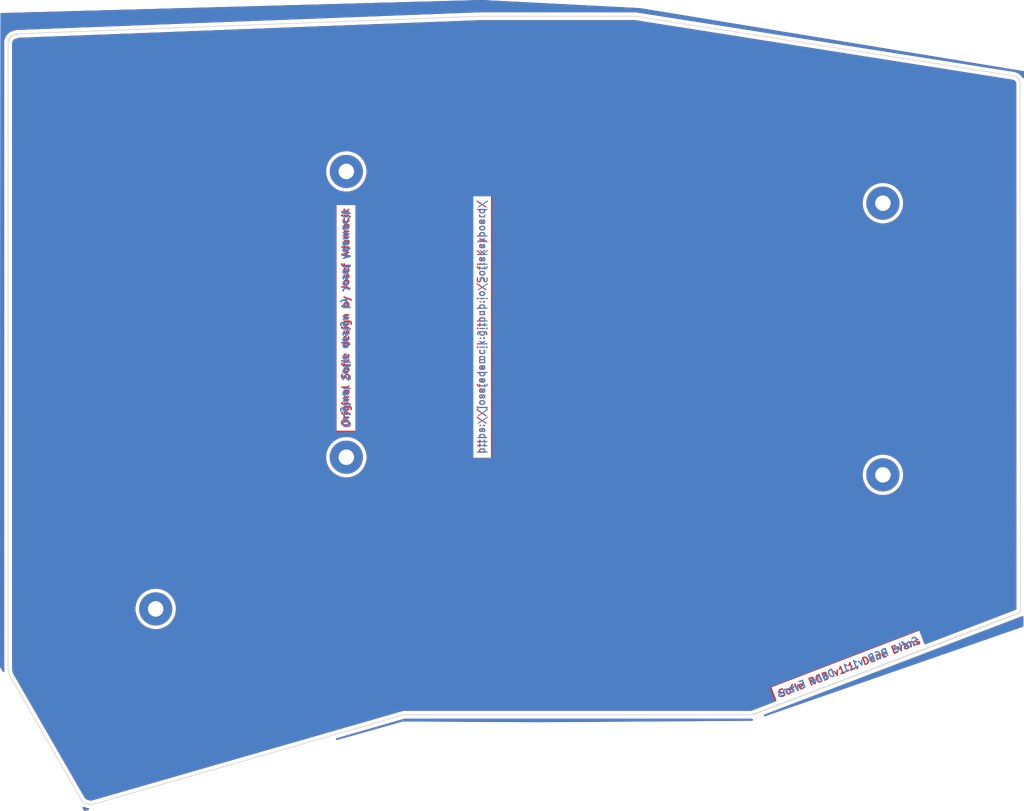
<source format=kicad_pcb>
(kicad_pcb (version 20171130) (host pcbnew 5.1.10)

  (general
    (thickness 1.6)
    (drawings 35)
    (tracks 0)
    (zones 0)
    (modules 9)
    (nets 1)
  )

  (page A4)
  (layers
    (0 F.Cu signal)
    (31 B.Cu signal)
    (32 B.Adhes user hide)
    (33 F.Adhes user hide)
    (34 B.Paste user hide)
    (35 F.Paste user hide)
    (36 B.SilkS user)
    (37 F.SilkS user)
    (38 B.Mask user)
    (39 F.Mask user)
    (40 Dwgs.User user)
    (41 Cmts.User user)
    (42 Eco1.User user)
    (43 Eco2.User user)
    (44 Edge.Cuts user)
    (45 Margin user)
    (46 B.CrtYd user)
    (47 F.CrtYd user)
    (48 B.Fab user)
    (49 F.Fab user)
  )

  (setup
    (last_trace_width 0.25)
    (trace_clearance 0.2)
    (zone_clearance 0.508)
    (zone_45_only no)
    (trace_min 0.2)
    (via_size 0.6)
    (via_drill 0.4)
    (via_min_size 0.4)
    (via_min_drill 0.3)
    (uvia_size 0.3)
    (uvia_drill 0.1)
    (uvias_allowed no)
    (uvia_min_size 0.2)
    (uvia_min_drill 0.1)
    (edge_width 0.15)
    (segment_width 0.2)
    (pcb_text_width 0.3)
    (pcb_text_size 1.5 1.5)
    (mod_edge_width 0.15)
    (mod_text_size 1 1)
    (mod_text_width 0.15)
    (pad_size 4.7 4.7)
    (pad_drill 2.2)
    (pad_to_mask_clearance 0.2)
    (aux_axis_origin 0 0)
    (grid_origin 111.995 97.8)
    (visible_elements 7FFFFFFF)
    (pcbplotparams
      (layerselection 0x010f0_ffffffff)
      (usegerberextensions false)
      (usegerberattributes false)
      (usegerberadvancedattributes false)
      (creategerberjobfile false)
      (excludeedgelayer true)
      (linewidth 0.100000)
      (plotframeref false)
      (viasonmask false)
      (mode 1)
      (useauxorigin false)
      (hpglpennumber 1)
      (hpglpenspeed 20)
      (hpglpendiameter 15.000000)
      (psnegative false)
      (psa4output false)
      (plotreference true)
      (plotvalue true)
      (plotinvisibletext false)
      (padsonsilk false)
      (subtractmaskfromsilk false)
      (outputformat 1)
      (mirror false)
      (drillshape 0)
      (scaleselection 1)
      (outputdirectory "gerber/"))
  )

  (net 0 "")

  (net_class Default "This is the default net class."
    (clearance 0.2)
    (trace_width 0.25)
    (via_dia 0.6)
    (via_drill 0.4)
    (uvia_dia 0.3)
    (uvia_drill 0.1)
  )

  (module dane:gecko-logo (layer F.Cu) (tedit 0) (tstamp 5F80B7BF)
    (at 94.495 117.3)
    (fp_text reference G*** (at 0 0) (layer F.SilkS) hide
      (effects (font (size 1.524 1.524) (thickness 0.3)))
    )
    (fp_text value LOGO (at 0.75 0) (layer F.SilkS) hide
      (effects (font (size 1.524 1.524) (thickness 0.3)))
    )
    (fp_poly (pts (xy 0.601318 -1.845968) (xy 0.629566 -1.801122) (xy 0.660606 -1.731632) (xy 0.674278 -1.696637)
      (xy 0.696844 -1.640456) (xy 0.717741 -1.594158) (xy 0.734739 -1.562309) (xy 0.745612 -1.549474)
      (xy 0.746125 -1.549405) (xy 0.757513 -1.537853) (xy 0.761992 -1.50684) (xy 0.762 -1.505208)
      (xy 0.766997 -1.463388) (xy 0.77927 -1.418191) (xy 0.781708 -1.411757) (xy 0.79008 -1.387564)
      (xy 0.794426 -1.362926) (xy 0.794778 -1.331829) (xy 0.791165 -1.288257) (xy 0.783616 -1.226195)
      (xy 0.782658 -1.218829) (xy 0.763898 -1.075159) (xy 0.904872 -0.890005) (xy 0.949855 -0.830926)
      (xy 0.989325 -0.779091) (xy 1.020787 -0.737776) (xy 1.041748 -0.710256) (xy 1.049674 -0.699857)
      (xy 1.063704 -0.699863) (xy 1.095604 -0.706722) (xy 1.139384 -0.718573) (xy 1.189058 -0.733553)
      (xy 1.238637 -0.7498) (xy 1.282132 -0.765451) (xy 1.313556 -0.778644) (xy 1.325376 -0.785602)
      (xy 1.346102 -0.811208) (xy 1.370849 -0.85208) (xy 1.395846 -0.900516) (xy 1.417324 -0.948813)
      (xy 1.431511 -0.98927) (xy 1.4351 -1.009732) (xy 1.443261 -1.038113) (xy 1.462639 -1.051849)
      (xy 1.485574 -1.046296) (xy 1.48961 -1.04277) (xy 1.497711 -1.024581) (xy 1.488756 -1.003156)
      (xy 1.47949 -0.975875) (xy 1.473922 -0.935468) (xy 1.4732 -0.915429) (xy 1.476946 -0.871614)
      (xy 1.489701 -0.847647) (xy 1.513732 -0.843044) (xy 1.551311 -0.857322) (xy 1.601845 -0.888082)
      (xy 1.64655 -0.917306) (xy 1.675006 -0.933308) (xy 1.691757 -0.937452) (xy 1.701347 -0.931102)
      (xy 1.706832 -0.919604) (xy 1.708613 -0.891777) (xy 1.689343 -0.877564) (xy 1.676717 -0.8763)
      (xy 1.654223 -0.866178) (xy 1.626807 -0.840966) (xy 1.600696 -0.808396) (xy 1.582118 -0.7762)
      (xy 1.577172 -0.752711) (xy 1.590575 -0.734045) (xy 1.61879 -0.713928) (xy 1.653392 -0.69651)
      (xy 1.685955 -0.685939) (xy 1.708055 -0.686365) (xy 1.709715 -0.68744) (xy 1.731588 -0.693257)
      (xy 1.754269 -0.685777) (xy 1.765097 -0.669315) (xy 1.765105 -0.668567) (xy 1.756737 -0.638731)
      (xy 1.735707 -0.628278) (xy 1.71695 -0.633689) (xy 1.684941 -0.643864) (xy 1.644157 -0.64804)
      (xy 1.603043 -0.646526) (xy 1.570045 -0.639627) (xy 1.553648 -0.627755) (xy 1.557824 -0.608475)
      (xy 1.575994 -0.580265) (xy 1.602145 -0.549844) (xy 1.630265 -0.523931) (xy 1.654341 -0.509245)
      (xy 1.66081 -0.508) (xy 1.673501 -0.499215) (xy 1.67397 -0.479469) (xy 1.664464 -0.458679)
      (xy 1.647228 -0.446761) (xy 1.646924 -0.446701) (xy 1.624724 -0.45296) (xy 1.617287 -0.467195)
      (xy 1.603162 -0.483497) (xy 1.571302 -0.505626) (xy 1.527773 -0.530536) (xy 1.478638 -0.555181)
      (xy 1.429963 -0.576516) (xy 1.387813 -0.591493) (xy 1.358696 -0.597067) (xy 1.335049 -0.59528)
      (xy 1.291811 -0.590259) (xy 1.234485 -0.582706) (xy 1.168573 -0.573323) (xy 1.145794 -0.569931)
      (xy 1.081186 -0.560564) (xy 1.026188 -0.553272) (xy 0.985344 -0.548605) (xy 0.963198 -0.547112)
      (xy 0.960582 -0.547539) (xy 0.95285 -0.559547) (xy 0.934297 -0.589102) (xy 0.907459 -0.632148)
      (xy 0.874868 -0.684627) (xy 0.864033 -0.702113) (xy 0.830281 -0.755791) (xy 0.801348 -0.800261)
      (xy 0.77975 -0.831773) (xy 0.768004 -0.846575) (xy 0.766718 -0.847153) (xy 0.766221 -0.833748)
      (xy 0.767225 -0.798425) (xy 0.769569 -0.744607) (xy 0.773092 -0.675722) (xy 0.77763 -0.595195)
      (xy 0.782195 -0.51969) (xy 0.802293 -0.19685) (xy 0.674235 0.048899) (xy 0.637146 0.121453)
      (xy 0.605074 0.186857) (xy 0.579605 0.241654) (xy 0.562321 0.282389) (xy 0.554808 0.305605)
      (xy 0.554914 0.309249) (xy 0.56465 0.323371) (xy 0.587103 0.35488) (xy 0.620019 0.400643)
      (xy 0.661142 0.457531) (xy 0.708217 0.52241) (xy 0.73293 0.556386) (xy 0.781738 0.623707)
      (xy 0.825293 0.684305) (xy 0.861431 0.735125) (xy 0.887987 0.773114) (xy 0.902797 0.795217)
      (xy 0.905128 0.799381) (xy 0.896186 0.80958) (xy 0.86952 0.832363) (xy 0.828007 0.86546)
      (xy 0.774525 0.906601) (xy 0.711953 0.953513) (xy 0.67945 0.977476) (xy 0.613158 1.026368)
      (xy 0.554118 1.070442) (xy 0.505304 1.107436) (xy 0.469686 1.135088) (xy 0.450237 1.151136)
      (xy 0.447524 1.154032) (xy 0.454771 1.167292) (xy 0.47848 1.188562) (xy 0.512775 1.213763)
      (xy 0.551777 1.238821) (xy 0.589608 1.259657) (xy 0.61595 1.270839) (xy 0.661836 1.279922)
      (xy 0.727894 1.284321) (xy 0.79375 1.284175) (xy 0.854907 1.281721) (xy 0.896276 1.277641)
      (xy 0.923462 1.270895) (xy 0.94207 1.260443) (xy 0.947715 1.255604) (xy 0.968302 1.23905)
      (xy 0.982568 1.240003) (xy 0.996071 1.251885) (xy 1.010095 1.275517) (xy 1.01038 1.291726)
      (xy 1.004043 1.311187) (xy 1.0033 1.315488) (xy 0.992231 1.319205) (xy 0.965531 1.320798)
      (xy 0.964777 1.3208) (xy 0.931477 1.326577) (xy 0.88835 1.341359) (xy 0.862393 1.353161)
      (xy 0.825523 1.37354) (xy 0.807043 1.390044) (xy 0.801813 1.408357) (xy 0.80249 1.419379)
      (xy 0.810655 1.442615) (xy 0.832454 1.464699) (xy 0.872752 1.490414) (xy 0.877498 1.493095)
      (xy 0.920395 1.515607) (xy 0.959172 1.53333) (xy 0.980872 1.541067) (xy 1.011086 1.557217)
      (xy 1.02348 1.58196) (xy 1.014664 1.608159) (xy 0.989736 1.623852) (xy 0.963588 1.62134)
      (xy 0.946604 1.60163) (xy 0.94658 1.601557) (xy 0.934439 1.585989) (xy 0.906234 1.573518)
      (xy 0.85735 1.562119) (xy 0.856189 1.561899) (xy 0.8112 1.554096) (xy 0.784146 1.552285)
      (xy 0.768149 1.557023) (xy 0.756334 1.568867) (xy 0.755418 1.570067) (xy 0.743412 1.58954)
      (xy 0.738086 1.611828) (xy 0.738776 1.644397) (xy 0.744529 1.692609) (xy 0.753705 1.7332)
      (xy 0.768434 1.753337) (xy 0.776307 1.7567) (xy 0.792654 1.766329) (xy 0.791173 1.787066)
      (xy 0.78922 1.792693) (xy 0.770518 1.819723) (xy 0.746584 1.827086) (xy 0.725108 1.81457)
      (xy 0.715858 1.794699) (xy 0.705533 1.762443) (xy 0.688996 1.719388) (xy 0.678199 1.693925)
      (xy 0.656494 1.652148) (xy 0.6354 1.629869) (xy 0.616907 1.622674) (xy 0.598938 1.621182)
      (xy 0.586424 1.62844) (xy 0.575552 1.649456) (xy 0.562509 1.689235) (xy 0.560077 1.697305)
      (xy 0.548515 1.743116) (xy 0.542396 1.78247) (xy 0.542781 1.80478) (xy 0.540636 1.832634)
      (xy 0.522993 1.849417) (xy 0.498441 1.85211) (xy 0.475573 1.837697) (xy 0.470613 1.830133)
      (xy 0.465358 1.805782) (xy 0.477852 1.78937) (xy 0.486811 1.778222) (xy 0.491885 1.759795)
      (xy 0.493451 1.729159) (xy 0.491886 1.681383) (xy 0.489369 1.638811) (xy 0.485863 1.588646)
      (xy 0.481217 1.548358) (xy 0.473348 1.513756) (xy 0.460173 1.480648) (xy 0.439611 1.444843)
      (xy 0.409578 1.402149) (xy 0.367991 1.348374) (xy 0.312767 1.279327) (xy 0.307478 1.272744)
      (xy 0.275793 1.234556) (xy 0.251581 1.205072) (xy 0.23606 1.181175) (xy 0.230445 1.159746)
      (xy 0.235952 1.137667) (xy 0.253798 1.111818) (xy 0.285198 1.079081) (xy 0.331368 1.036338)
      (xy 0.393525 0.980471) (xy 0.436648 0.94149) (xy 0.612946 0.781215) (xy 0.507883 0.682707)
      (xy 0.465446 0.643541) (xy 0.42979 0.611801) (xy 0.404922 0.590976) (xy 0.395084 0.584448)
      (xy 0.38554 0.59463) (xy 0.365898 0.62192) (xy 0.339327 0.661764) (xy 0.317966 0.695224)
      (xy 0.258908 0.778294) (xy 0.184258 0.86661) (xy 0.100686 0.953183) (xy 0.01486 1.031026)
      (xy -0.052686 1.08356) (xy -0.122406 1.12796) (xy -0.205824 1.173371) (xy -0.294379 1.215697)
      (xy -0.379512 1.250837) (xy -0.45085 1.274214) (xy -0.536598 1.292799) (xy -0.633428 1.306921)
      (xy -0.731482 1.315588) (xy -0.820897 1.317808) (xy -0.864133 1.315816) (xy -1.016028 1.290813)
      (xy -1.162582 1.24203) (xy -1.301703 1.170877) (xy -1.431298 1.078765) (xy -1.549276 0.967106)
      (xy -1.653546 0.837309) (xy -1.713517 0.74295) (xy -1.74279 0.69215) (xy -1.707554 0.7366)
      (xy -1.664556 0.7864) (xy -1.609239 0.844071) (xy -1.547225 0.90434) (xy -1.484138 0.961931)
      (xy -1.425601 1.011569) (xy -1.377237 1.047981) (xy -1.3716 1.051721) (xy -1.245176 1.120651)
      (xy -1.112029 1.168911) (xy -0.975949 1.195852) (xy -0.840726 1.200823) (xy -0.710149 1.183173)
      (xy -0.669045 1.172369) (xy -0.589275 1.14386) (xy -0.499007 1.103771) (xy -0.407416 1.056592)
      (xy -0.323675 1.006812) (xy -0.303663 0.99355) (xy -0.235204 0.943689) (xy -0.173883 0.891145)
      (xy -0.116659 0.832288) (xy -0.060488 0.76349) (xy -0.00233 0.681122) (xy 0.060859 0.581556)
      (xy 0.108154 0.502344) (xy 0.1822 0.376039) (xy 0.062525 0.264936) (xy 0.017749 0.224694)
      (xy -0.019949 0.193325) (xy -0.047049 0.173572) (xy -0.060033 0.168175) (xy -0.060612 0.168991)
      (xy -0.063064 0.186795) (xy -0.067286 0.224592) (xy -0.072716 0.277084) (xy -0.078788 0.338971)
      (xy -0.079662 0.348129) (xy -0.09525 0.512109) (xy -0.299052 0.315576) (xy -0.368065 0.2495)
      (xy -0.422106 0.199121) (xy -0.46408 0.162089) (xy -0.496893 0.136058) (xy -0.52345 0.11868)
      (xy -0.546657 0.107608) (xy -0.563249 0.102132) (xy -0.6089 0.094084) (xy -0.665441 0.090868)
      (xy -0.725859 0.092064) (xy -0.783143 0.097253) (xy -0.830281 0.106016) (xy -0.860263 0.117934)
      (xy -0.862931 0.120043) (xy -0.883564 0.132646) (xy -0.904041 0.125093) (xy -0.907144 0.122883)
      (xy -0.924869 0.098751) (xy -0.922059 0.074377) (xy -0.901259 0.05852) (xy -0.887849 0.056509)
      (xy -0.857992 0.051155) (xy -0.817757 0.038243) (xy -0.775521 0.021207) (xy -0.73966 0.003477)
      (xy -0.718549 -0.011514) (xy -0.717079 -0.013464) (xy -0.711706 -0.043532) (xy -0.731487 -0.075317)
      (xy -0.776246 -0.1086) (xy -0.802846 -0.123172) (xy -0.846133 -0.144559) (xy -0.88281 -0.161534)
      (xy -0.904875 -0.170398) (xy -0.923089 -0.186663) (xy -0.92562 -0.213132) (xy -0.91186 -0.238761)
      (xy -0.886202 -0.253155) (xy -0.865284 -0.244529) (xy -0.857715 -0.230065) (xy -0.842035 -0.212182)
      (xy -0.805346 -0.195931) (xy -0.771134 -0.186141) (xy -0.727794 -0.175774) (xy -0.701505 -0.1724)
      (xy -0.68481 -0.176342) (xy -0.670251 -0.187925) (xy -0.667477 -0.190653) (xy -0.650729 -0.22229)
      (xy -0.644282 -0.26675) (xy -0.647785 -0.313935) (xy -0.660888 -0.353751) (xy -0.673713 -0.370336)
      (xy -0.695731 -0.399876) (xy -0.693593 -0.428694) (xy -0.68473 -0.440491) (xy -0.662197 -0.449456)
      (xy -0.63772 -0.443539) (xy -0.623057 -0.426451) (xy -0.622302 -0.420794) (xy -0.617439 -0.399053)
      (xy -0.604716 -0.362372) (xy -0.587726 -0.320675) (xy -0.567687 -0.277703) (xy -0.551789 -0.253565)
      (xy -0.535673 -0.243162) (xy -0.519885 -0.2413) (xy -0.500593 -0.243994) (xy -0.486971 -0.255817)
      (xy -0.474837 -0.282385) (xy -0.463835 -0.316562) (xy -0.452711 -0.361044) (xy -0.447255 -0.399122)
      (xy -0.447978 -0.418328) (xy -0.445173 -0.445306) (xy -0.426489 -0.461615) (xy -0.400696 -0.46273)
      (xy -0.382942 -0.451885) (xy -0.369497 -0.431384) (xy -0.376492 -0.408955) (xy -0.378074 -0.406368)
      (xy -0.386015 -0.379699) (xy -0.391323 -0.331391) (xy -0.393631 -0.265106) (xy -0.3937 -0.249869)
      (xy -0.3937 -0.118392) (xy -0.295542 0.017758) (xy -0.259737 0.067889) (xy -0.23293 0.103877)
      (xy -0.213377 0.124241) (xy -0.199338 0.127498) (xy -0.18907 0.112168) (xy -0.180831 0.076767)
      (xy -0.17288 0.019814) (xy -0.163474 -0.060174) (xy -0.158977 -0.098425) (xy -0.150573 -0.165099)
      (xy -0.142524 -0.221828) (xy -0.135513 -0.264303) (xy -0.130224 -0.288217) (xy -0.128292 -0.291896)
      (xy -0.116972 -0.283703) (xy -0.08983 -0.260962) (xy -0.049816 -0.226239) (xy 0.000122 -0.182097)
      (xy 0.057035 -0.131103) (xy 0.068815 -0.12047) (xy 0.126385 -0.068712) (xy 0.177192 -0.023547)
      (xy 0.218381 0.01253) (xy 0.247097 0.037023) (xy 0.260485 0.047436) (xy 0.261083 0.047601)
      (xy 0.261331 0.034505) (xy 0.260091 0.000703) (xy 0.257581 -0.049168) (xy 0.254018 -0.110473)
      (xy 0.252589 -0.13335) (xy 0.249029 -0.201805) (xy 0.247622 -0.26684) (xy 0.248542 -0.334176)
      (xy 0.251965 -0.409529) (xy 0.258064 -0.498618) (xy 0.267016 -0.607161) (xy 0.267101 -0.608138)
      (xy 0.27422 -0.69206) (xy 0.280255 -0.767122) (xy 0.284948 -0.829767) (xy 0.28804 -0.87644)
      (xy 0.289273 -0.903583) (xy 0.288988 -0.909046) (xy 0.277089 -0.904726) (xy 0.247466 -0.890094)
      (xy 0.204473 -0.867394) (xy 0.152465 -0.83887) (xy 0.147917 -0.836333) (xy 0.095449 -0.807477)
      (xy 0.051725 -0.784305) (xy 0.021069 -0.769044) (xy 0.007803 -0.763922) (xy 0.007616 -0.764025)
      (xy -0.012673 -0.789778) (xy -0.0446 -0.827869) (xy -0.084851 -0.874584) (xy -0.130114 -0.926209)
      (xy -0.177074 -0.97903) (xy -0.22242 -1.029333) (xy -0.262837 -1.073404) (xy -0.295012 -1.10753)
      (xy -0.315633 -1.127996) (xy -0.320628 -1.131974) (xy -0.363934 -1.15182) (xy -0.414328 -1.169997)
      (xy -0.46492 -1.184616) (xy -0.508821 -1.19379) (xy -0.539143 -1.19563) (xy -0.546142 -1.193778)
      (xy -0.571121 -1.191617) (xy -0.58999 -1.206902) (xy -0.594323 -1.231782) (xy -0.592724 -1.237166)
      (xy -0.583761 -1.246549) (xy -0.562816 -1.250806) (xy -0.524833 -1.250496) (xy -0.491626 -1.24834)
      (xy -0.443423 -1.245136) (xy -0.414705 -1.245452) (xy -0.399653 -1.250593) (xy -0.392447 -1.261864)
      (xy -0.389706 -1.271203) (xy -0.388787 -1.299359) (xy -0.402215 -1.330795) (xy -0.432369 -1.369713)
      (xy -0.464694 -1.403648) (xy -0.49351 -1.43906) (xy -0.502254 -1.466086) (xy -0.49076 -1.482293)
      (xy -0.470299 -1.4859) (xy -0.448594 -1.477048) (xy -0.444478 -1.463675) (xy -0.433728 -1.442632)
      (xy -0.406809 -1.418521) (xy -0.371663 -1.396265) (xy -0.336235 -1.380785) (xy -0.308464 -1.377)
      (xy -0.305673 -1.377674) (xy -0.285541 -1.395323) (xy -0.268212 -1.428926) (xy -0.256625 -1.46904)
      (xy -0.253722 -1.50622) (xy -0.259225 -1.526859) (xy -0.26524 -1.551343) (xy -0.257711 -1.56347)
      (xy -0.234824 -1.573042) (xy -0.214085 -1.563218) (xy -0.204517 -1.539056) (xy -0.204663 -1.533727)
      (xy -0.205747 -1.504157) (xy -0.205672 -1.461822) (xy -0.205176 -1.439757) (xy -0.202076 -1.399325)
      (xy -0.194331 -1.377699) (xy -0.179545 -1.368383) (xy -0.178767 -1.368174) (xy -0.156212 -1.373851)
      (xy -0.128007 -1.396134) (xy -0.099873 -1.428915) (xy -0.077534 -1.466087) (xy -0.070565 -1.48365)
      (xy -0.055069 -1.506221) (xy -0.033964 -1.508866) (xy -0.010547 -1.497366) (xy -0.002679 -1.477904)
      (xy -0.012457 -1.459944) (xy -0.02207 -1.455208) (xy -0.036615 -1.440044) (xy -0.054483 -1.406504)
      (xy -0.073371 -1.360983) (xy -0.090975 -1.309873) (xy -0.104991 -1.259568) (xy -0.113115 -1.216462)
      (xy -0.114248 -1.199394) (xy -0.106347 -1.16748) (xy -0.083771 -1.119396) (xy -0.048112 -1.058483)
      (xy -0.04377 -1.051629) (xy 0.026655 -0.941208) (xy 0.162552 -1.012297) (xy 0.216038 -1.040528)
      (xy 0.261262 -1.064871) (xy 0.293464 -1.08273) (xy 0.307881 -1.091511) (xy 0.307889 -1.091518)
      (xy 0.310779 -1.106752) (xy 0.311334 -1.141754) (xy 0.309605 -1.191003) (xy 0.306511 -1.238252)
      (xy 0.3021 -1.302026) (xy 0.300905 -1.346928) (xy 0.303347 -1.379329) (xy 0.309844 -1.405602)
      (xy 0.319018 -1.428202) (xy 0.333996 -1.470421) (xy 0.342144 -1.511313) (xy 0.342621 -1.519894)
      (xy 0.34897 -1.553094) (xy 0.36293 -1.564344) (xy 0.376269 -1.577095) (xy 0.396877 -1.608757)
      (xy 0.422088 -1.654864) (xy 0.445016 -1.7018) (xy 0.483707 -1.779631) (xy 0.517056 -1.833)
      (xy 0.54669 -1.86187) (xy 0.574235 -1.866205) (xy 0.601318 -1.845968)) (layer F.Mask) (width 0.01))
  )

  (module dane:gecko-logo (layer B.Cu) (tedit 0) (tstamp 5F80B7AB)
    (at 95.495 117.3 180)
    (fp_text reference G*** (at 0 0) (layer B.SilkS) hide
      (effects (font (size 1.524 1.524) (thickness 0.3)) (justify mirror))
    )
    (fp_text value LOGO (at 0.75 0) (layer B.SilkS) hide
      (effects (font (size 1.524 1.524) (thickness 0.3)) (justify mirror))
    )
    (fp_poly (pts (xy 0.601318 1.845968) (xy 0.629566 1.801122) (xy 0.660606 1.731632) (xy 0.674278 1.696637)
      (xy 0.696844 1.640456) (xy 0.717741 1.594158) (xy 0.734739 1.562309) (xy 0.745612 1.549474)
      (xy 0.746125 1.549405) (xy 0.757513 1.537853) (xy 0.761992 1.50684) (xy 0.762 1.505208)
      (xy 0.766997 1.463388) (xy 0.77927 1.418191) (xy 0.781708 1.411757) (xy 0.79008 1.387564)
      (xy 0.794426 1.362926) (xy 0.794778 1.331829) (xy 0.791165 1.288257) (xy 0.783616 1.226195)
      (xy 0.782658 1.218829) (xy 0.763898 1.075159) (xy 0.904872 0.890005) (xy 0.949855 0.830926)
      (xy 0.989325 0.779091) (xy 1.020787 0.737776) (xy 1.041748 0.710256) (xy 1.049674 0.699857)
      (xy 1.063704 0.699863) (xy 1.095604 0.706722) (xy 1.139384 0.718573) (xy 1.189058 0.733553)
      (xy 1.238637 0.7498) (xy 1.282132 0.765451) (xy 1.313556 0.778644) (xy 1.325376 0.785602)
      (xy 1.346102 0.811208) (xy 1.370849 0.85208) (xy 1.395846 0.900516) (xy 1.417324 0.948813)
      (xy 1.431511 0.98927) (xy 1.4351 1.009732) (xy 1.443261 1.038113) (xy 1.462639 1.051849)
      (xy 1.485574 1.046296) (xy 1.48961 1.04277) (xy 1.497711 1.024581) (xy 1.488756 1.003156)
      (xy 1.47949 0.975875) (xy 1.473922 0.935468) (xy 1.4732 0.915429) (xy 1.476946 0.871614)
      (xy 1.489701 0.847647) (xy 1.513732 0.843044) (xy 1.551311 0.857322) (xy 1.601845 0.888082)
      (xy 1.64655 0.917306) (xy 1.675006 0.933308) (xy 1.691757 0.937452) (xy 1.701347 0.931102)
      (xy 1.706832 0.919604) (xy 1.708613 0.891777) (xy 1.689343 0.877564) (xy 1.676717 0.8763)
      (xy 1.654223 0.866178) (xy 1.626807 0.840966) (xy 1.600696 0.808396) (xy 1.582118 0.7762)
      (xy 1.577172 0.752711) (xy 1.590575 0.734045) (xy 1.61879 0.713928) (xy 1.653392 0.69651)
      (xy 1.685955 0.685939) (xy 1.708055 0.686365) (xy 1.709715 0.68744) (xy 1.731588 0.693257)
      (xy 1.754269 0.685777) (xy 1.765097 0.669315) (xy 1.765105 0.668567) (xy 1.756737 0.638731)
      (xy 1.735707 0.628278) (xy 1.71695 0.633689) (xy 1.684941 0.643864) (xy 1.644157 0.64804)
      (xy 1.603043 0.646526) (xy 1.570045 0.639627) (xy 1.553648 0.627755) (xy 1.557824 0.608475)
      (xy 1.575994 0.580265) (xy 1.602145 0.549844) (xy 1.630265 0.523931) (xy 1.654341 0.509245)
      (xy 1.66081 0.508) (xy 1.673501 0.499215) (xy 1.67397 0.479469) (xy 1.664464 0.458679)
      (xy 1.647228 0.446761) (xy 1.646924 0.446701) (xy 1.624724 0.45296) (xy 1.617287 0.467195)
      (xy 1.603162 0.483497) (xy 1.571302 0.505626) (xy 1.527773 0.530536) (xy 1.478638 0.555181)
      (xy 1.429963 0.576516) (xy 1.387813 0.591493) (xy 1.358696 0.597067) (xy 1.335049 0.59528)
      (xy 1.291811 0.590259) (xy 1.234485 0.582706) (xy 1.168573 0.573323) (xy 1.145794 0.569931)
      (xy 1.081186 0.560564) (xy 1.026188 0.553272) (xy 0.985344 0.548605) (xy 0.963198 0.547112)
      (xy 0.960582 0.547539) (xy 0.95285 0.559547) (xy 0.934297 0.589102) (xy 0.907459 0.632148)
      (xy 0.874868 0.684627) (xy 0.864033 0.702113) (xy 0.830281 0.755791) (xy 0.801348 0.800261)
      (xy 0.77975 0.831773) (xy 0.768004 0.846575) (xy 0.766718 0.847153) (xy 0.766221 0.833748)
      (xy 0.767225 0.798425) (xy 0.769569 0.744607) (xy 0.773092 0.675722) (xy 0.77763 0.595195)
      (xy 0.782195 0.51969) (xy 0.802293 0.19685) (xy 0.674235 -0.048899) (xy 0.637146 -0.121453)
      (xy 0.605074 -0.186857) (xy 0.579605 -0.241654) (xy 0.562321 -0.282389) (xy 0.554808 -0.305605)
      (xy 0.554914 -0.309249) (xy 0.56465 -0.323371) (xy 0.587103 -0.35488) (xy 0.620019 -0.400643)
      (xy 0.661142 -0.457531) (xy 0.708217 -0.52241) (xy 0.73293 -0.556386) (xy 0.781738 -0.623707)
      (xy 0.825293 -0.684305) (xy 0.861431 -0.735125) (xy 0.887987 -0.773114) (xy 0.902797 -0.795217)
      (xy 0.905128 -0.799381) (xy 0.896186 -0.80958) (xy 0.86952 -0.832363) (xy 0.828007 -0.86546)
      (xy 0.774525 -0.906601) (xy 0.711953 -0.953513) (xy 0.67945 -0.977476) (xy 0.613158 -1.026368)
      (xy 0.554118 -1.070442) (xy 0.505304 -1.107436) (xy 0.469686 -1.135088) (xy 0.450237 -1.151136)
      (xy 0.447524 -1.154032) (xy 0.454771 -1.167292) (xy 0.47848 -1.188562) (xy 0.512775 -1.213763)
      (xy 0.551777 -1.238821) (xy 0.589608 -1.259657) (xy 0.61595 -1.270839) (xy 0.661836 -1.279922)
      (xy 0.727894 -1.284321) (xy 0.79375 -1.284175) (xy 0.854907 -1.281721) (xy 0.896276 -1.277641)
      (xy 0.923462 -1.270895) (xy 0.94207 -1.260443) (xy 0.947715 -1.255604) (xy 0.968302 -1.23905)
      (xy 0.982568 -1.240003) (xy 0.996071 -1.251885) (xy 1.010095 -1.275517) (xy 1.01038 -1.291726)
      (xy 1.004043 -1.311187) (xy 1.0033 -1.315488) (xy 0.992231 -1.319205) (xy 0.965531 -1.320798)
      (xy 0.964777 -1.3208) (xy 0.931477 -1.326577) (xy 0.88835 -1.341359) (xy 0.862393 -1.353161)
      (xy 0.825523 -1.37354) (xy 0.807043 -1.390044) (xy 0.801813 -1.408357) (xy 0.80249 -1.419379)
      (xy 0.810655 -1.442615) (xy 0.832454 -1.464699) (xy 0.872752 -1.490414) (xy 0.877498 -1.493095)
      (xy 0.920395 -1.515607) (xy 0.959172 -1.53333) (xy 0.980872 -1.541067) (xy 1.011086 -1.557217)
      (xy 1.02348 -1.58196) (xy 1.014664 -1.608159) (xy 0.989736 -1.623852) (xy 0.963588 -1.62134)
      (xy 0.946604 -1.60163) (xy 0.94658 -1.601557) (xy 0.934439 -1.585989) (xy 0.906234 -1.573518)
      (xy 0.85735 -1.562119) (xy 0.856189 -1.561899) (xy 0.8112 -1.554096) (xy 0.784146 -1.552285)
      (xy 0.768149 -1.557023) (xy 0.756334 -1.568867) (xy 0.755418 -1.570067) (xy 0.743412 -1.58954)
      (xy 0.738086 -1.611828) (xy 0.738776 -1.644397) (xy 0.744529 -1.692609) (xy 0.753705 -1.7332)
      (xy 0.768434 -1.753337) (xy 0.776307 -1.7567) (xy 0.792654 -1.766329) (xy 0.791173 -1.787066)
      (xy 0.78922 -1.792693) (xy 0.770518 -1.819723) (xy 0.746584 -1.827086) (xy 0.725108 -1.81457)
      (xy 0.715858 -1.794699) (xy 0.705533 -1.762443) (xy 0.688996 -1.719388) (xy 0.678199 -1.693925)
      (xy 0.656494 -1.652148) (xy 0.6354 -1.629869) (xy 0.616907 -1.622674) (xy 0.598938 -1.621182)
      (xy 0.586424 -1.62844) (xy 0.575552 -1.649456) (xy 0.562509 -1.689235) (xy 0.560077 -1.697305)
      (xy 0.548515 -1.743116) (xy 0.542396 -1.78247) (xy 0.542781 -1.80478) (xy 0.540636 -1.832634)
      (xy 0.522993 -1.849417) (xy 0.498441 -1.85211) (xy 0.475573 -1.837697) (xy 0.470613 -1.830133)
      (xy 0.465358 -1.805782) (xy 0.477852 -1.78937) (xy 0.486811 -1.778222) (xy 0.491885 -1.759795)
      (xy 0.493451 -1.729159) (xy 0.491886 -1.681383) (xy 0.489369 -1.638811) (xy 0.485863 -1.588646)
      (xy 0.481217 -1.548358) (xy 0.473348 -1.513756) (xy 0.460173 -1.480648) (xy 0.439611 -1.444843)
      (xy 0.409578 -1.402149) (xy 0.367991 -1.348374) (xy 0.312767 -1.279327) (xy 0.307478 -1.272744)
      (xy 0.275793 -1.234556) (xy 0.251581 -1.205072) (xy 0.23606 -1.181175) (xy 0.230445 -1.159746)
      (xy 0.235952 -1.137667) (xy 0.253798 -1.111818) (xy 0.285198 -1.079081) (xy 0.331368 -1.036338)
      (xy 0.393525 -0.980471) (xy 0.436648 -0.94149) (xy 0.612946 -0.781215) (xy 0.507883 -0.682707)
      (xy 0.465446 -0.643541) (xy 0.42979 -0.611801) (xy 0.404922 -0.590976) (xy 0.395084 -0.584448)
      (xy 0.38554 -0.59463) (xy 0.365898 -0.62192) (xy 0.339327 -0.661764) (xy 0.317966 -0.695224)
      (xy 0.258908 -0.778294) (xy 0.184258 -0.86661) (xy 0.100686 -0.953183) (xy 0.01486 -1.031026)
      (xy -0.052686 -1.08356) (xy -0.122406 -1.12796) (xy -0.205824 -1.173371) (xy -0.294379 -1.215697)
      (xy -0.379512 -1.250837) (xy -0.45085 -1.274214) (xy -0.536598 -1.292799) (xy -0.633428 -1.306921)
      (xy -0.731482 -1.315588) (xy -0.820897 -1.317808) (xy -0.864133 -1.315816) (xy -1.016028 -1.290813)
      (xy -1.162582 -1.24203) (xy -1.301703 -1.170877) (xy -1.431298 -1.078765) (xy -1.549276 -0.967106)
      (xy -1.653546 -0.837309) (xy -1.713517 -0.74295) (xy -1.74279 -0.69215) (xy -1.707554 -0.7366)
      (xy -1.664556 -0.7864) (xy -1.609239 -0.844071) (xy -1.547225 -0.90434) (xy -1.484138 -0.961931)
      (xy -1.425601 -1.011569) (xy -1.377237 -1.047981) (xy -1.3716 -1.051721) (xy -1.245176 -1.120651)
      (xy -1.112029 -1.168911) (xy -0.975949 -1.195852) (xy -0.840726 -1.200823) (xy -0.710149 -1.183173)
      (xy -0.669045 -1.172369) (xy -0.589275 -1.14386) (xy -0.499007 -1.103771) (xy -0.407416 -1.056592)
      (xy -0.323675 -1.006812) (xy -0.303663 -0.99355) (xy -0.235204 -0.943689) (xy -0.173883 -0.891145)
      (xy -0.116659 -0.832288) (xy -0.060488 -0.76349) (xy -0.00233 -0.681122) (xy 0.060859 -0.581556)
      (xy 0.108154 -0.502344) (xy 0.1822 -0.376039) (xy 0.062525 -0.264936) (xy 0.017749 -0.224694)
      (xy -0.019949 -0.193325) (xy -0.047049 -0.173572) (xy -0.060033 -0.168175) (xy -0.060612 -0.168991)
      (xy -0.063064 -0.186795) (xy -0.067286 -0.224592) (xy -0.072716 -0.277084) (xy -0.078788 -0.338971)
      (xy -0.079662 -0.348129) (xy -0.09525 -0.512109) (xy -0.299052 -0.315576) (xy -0.368065 -0.2495)
      (xy -0.422106 -0.199121) (xy -0.46408 -0.162089) (xy -0.496893 -0.136058) (xy -0.52345 -0.11868)
      (xy -0.546657 -0.107608) (xy -0.563249 -0.102132) (xy -0.6089 -0.094084) (xy -0.665441 -0.090868)
      (xy -0.725859 -0.092064) (xy -0.783143 -0.097253) (xy -0.830281 -0.106016) (xy -0.860263 -0.117934)
      (xy -0.862931 -0.120043) (xy -0.883564 -0.132646) (xy -0.904041 -0.125093) (xy -0.907144 -0.122883)
      (xy -0.924869 -0.098751) (xy -0.922059 -0.074377) (xy -0.901259 -0.05852) (xy -0.887849 -0.056509)
      (xy -0.857992 -0.051155) (xy -0.817757 -0.038243) (xy -0.775521 -0.021207) (xy -0.73966 -0.003477)
      (xy -0.718549 0.011514) (xy -0.717079 0.013464) (xy -0.711706 0.043532) (xy -0.731487 0.075317)
      (xy -0.776246 0.1086) (xy -0.802846 0.123172) (xy -0.846133 0.144559) (xy -0.88281 0.161534)
      (xy -0.904875 0.170398) (xy -0.923089 0.186663) (xy -0.92562 0.213132) (xy -0.91186 0.238761)
      (xy -0.886202 0.253155) (xy -0.865284 0.244529) (xy -0.857715 0.230065) (xy -0.842035 0.212182)
      (xy -0.805346 0.195931) (xy -0.771134 0.186141) (xy -0.727794 0.175774) (xy -0.701505 0.1724)
      (xy -0.68481 0.176342) (xy -0.670251 0.187925) (xy -0.667477 0.190653) (xy -0.650729 0.22229)
      (xy -0.644282 0.26675) (xy -0.647785 0.313935) (xy -0.660888 0.353751) (xy -0.673713 0.370336)
      (xy -0.695731 0.399876) (xy -0.693593 0.428694) (xy -0.68473 0.440491) (xy -0.662197 0.449456)
      (xy -0.63772 0.443539) (xy -0.623057 0.426451) (xy -0.622302 0.420794) (xy -0.617439 0.399053)
      (xy -0.604716 0.362372) (xy -0.587726 0.320675) (xy -0.567687 0.277703) (xy -0.551789 0.253565)
      (xy -0.535673 0.243162) (xy -0.519885 0.2413) (xy -0.500593 0.243994) (xy -0.486971 0.255817)
      (xy -0.474837 0.282385) (xy -0.463835 0.316562) (xy -0.452711 0.361044) (xy -0.447255 0.399122)
      (xy -0.447978 0.418328) (xy -0.445173 0.445306) (xy -0.426489 0.461615) (xy -0.400696 0.46273)
      (xy -0.382942 0.451885) (xy -0.369497 0.431384) (xy -0.376492 0.408955) (xy -0.378074 0.406368)
      (xy -0.386015 0.379699) (xy -0.391323 0.331391) (xy -0.393631 0.265106) (xy -0.3937 0.249869)
      (xy -0.3937 0.118392) (xy -0.295542 -0.017758) (xy -0.259737 -0.067889) (xy -0.23293 -0.103877)
      (xy -0.213377 -0.124241) (xy -0.199338 -0.127498) (xy -0.18907 -0.112168) (xy -0.180831 -0.076767)
      (xy -0.17288 -0.019814) (xy -0.163474 0.060174) (xy -0.158977 0.098425) (xy -0.150573 0.165099)
      (xy -0.142524 0.221828) (xy -0.135513 0.264303) (xy -0.130224 0.288217) (xy -0.128292 0.291896)
      (xy -0.116972 0.283703) (xy -0.08983 0.260962) (xy -0.049816 0.226239) (xy 0.000122 0.182097)
      (xy 0.057035 0.131103) (xy 0.068815 0.12047) (xy 0.126385 0.068712) (xy 0.177192 0.023547)
      (xy 0.218381 -0.01253) (xy 0.247097 -0.037023) (xy 0.260485 -0.047436) (xy 0.261083 -0.047601)
      (xy 0.261331 -0.034505) (xy 0.260091 -0.000703) (xy 0.257581 0.049168) (xy 0.254018 0.110473)
      (xy 0.252589 0.13335) (xy 0.249029 0.201805) (xy 0.247622 0.26684) (xy 0.248542 0.334176)
      (xy 0.251965 0.409529) (xy 0.258064 0.498618) (xy 0.267016 0.607161) (xy 0.267101 0.608138)
      (xy 0.27422 0.69206) (xy 0.280255 0.767122) (xy 0.284948 0.829767) (xy 0.28804 0.87644)
      (xy 0.289273 0.903583) (xy 0.288988 0.909046) (xy 0.277089 0.904726) (xy 0.247466 0.890094)
      (xy 0.204473 0.867394) (xy 0.152465 0.83887) (xy 0.147917 0.836333) (xy 0.095449 0.807477)
      (xy 0.051725 0.784305) (xy 0.021069 0.769044) (xy 0.007803 0.763922) (xy 0.007616 0.764025)
      (xy -0.012673 0.789778) (xy -0.0446 0.827869) (xy -0.084851 0.874584) (xy -0.130114 0.926209)
      (xy -0.177074 0.97903) (xy -0.22242 1.029333) (xy -0.262837 1.073404) (xy -0.295012 1.10753)
      (xy -0.315633 1.127996) (xy -0.320628 1.131974) (xy -0.363934 1.15182) (xy -0.414328 1.169997)
      (xy -0.46492 1.184616) (xy -0.508821 1.19379) (xy -0.539143 1.19563) (xy -0.546142 1.193778)
      (xy -0.571121 1.191617) (xy -0.58999 1.206902) (xy -0.594323 1.231782) (xy -0.592724 1.237166)
      (xy -0.583761 1.246549) (xy -0.562816 1.250806) (xy -0.524833 1.250496) (xy -0.491626 1.24834)
      (xy -0.443423 1.245136) (xy -0.414705 1.245452) (xy -0.399653 1.250593) (xy -0.392447 1.261864)
      (xy -0.389706 1.271203) (xy -0.388787 1.299359) (xy -0.402215 1.330795) (xy -0.432369 1.369713)
      (xy -0.464694 1.403648) (xy -0.49351 1.43906) (xy -0.502254 1.466086) (xy -0.49076 1.482293)
      (xy -0.470299 1.4859) (xy -0.448594 1.477048) (xy -0.444478 1.463675) (xy -0.433728 1.442632)
      (xy -0.406809 1.418521) (xy -0.371663 1.396265) (xy -0.336235 1.380785) (xy -0.308464 1.377)
      (xy -0.305673 1.377674) (xy -0.285541 1.395323) (xy -0.268212 1.428926) (xy -0.256625 1.46904)
      (xy -0.253722 1.50622) (xy -0.259225 1.526859) (xy -0.26524 1.551343) (xy -0.257711 1.56347)
      (xy -0.234824 1.573042) (xy -0.214085 1.563218) (xy -0.204517 1.539056) (xy -0.204663 1.533727)
      (xy -0.205747 1.504157) (xy -0.205672 1.461822) (xy -0.205176 1.439757) (xy -0.202076 1.399325)
      (xy -0.194331 1.377699) (xy -0.179545 1.368383) (xy -0.178767 1.368174) (xy -0.156212 1.373851)
      (xy -0.128007 1.396134) (xy -0.099873 1.428915) (xy -0.077534 1.466087) (xy -0.070565 1.48365)
      (xy -0.055069 1.506221) (xy -0.033964 1.508866) (xy -0.010547 1.497366) (xy -0.002679 1.477904)
      (xy -0.012457 1.459944) (xy -0.02207 1.455208) (xy -0.036615 1.440044) (xy -0.054483 1.406504)
      (xy -0.073371 1.360983) (xy -0.090975 1.309873) (xy -0.104991 1.259568) (xy -0.113115 1.216462)
      (xy -0.114248 1.199394) (xy -0.106347 1.16748) (xy -0.083771 1.119396) (xy -0.048112 1.058483)
      (xy -0.04377 1.051629) (xy 0.026655 0.941208) (xy 0.162552 1.012297) (xy 0.216038 1.040528)
      (xy 0.261262 1.064871) (xy 0.293464 1.08273) (xy 0.307881 1.091511) (xy 0.307889 1.091518)
      (xy 0.310779 1.106752) (xy 0.311334 1.141754) (xy 0.309605 1.191003) (xy 0.306511 1.238252)
      (xy 0.3021 1.302026) (xy 0.300905 1.346928) (xy 0.303347 1.379329) (xy 0.309844 1.405602)
      (xy 0.319018 1.428202) (xy 0.333996 1.470421) (xy 0.342144 1.511313) (xy 0.342621 1.519894)
      (xy 0.34897 1.553094) (xy 0.36293 1.564344) (xy 0.376269 1.577095) (xy 0.396877 1.608757)
      (xy 0.422088 1.654864) (xy 0.445016 1.7018) (xy 0.483707 1.779631) (xy 0.517056 1.833)
      (xy 0.54669 1.86187) (xy 0.574235 1.866205) (xy 0.601318 1.845968)) (layer B.Mask) (width 0.01))
  )

  (module dane:gecko-logo (layer B.Cu) (tedit 0) (tstamp 5F80E41E)
    (at 192.995 126.195 180)
    (fp_text reference G*** (at 0 0) (layer B.SilkS) hide
      (effects (font (size 1.524 1.524) (thickness 0.3)) (justify mirror))
    )
    (fp_text value LOGO (at 0.75 0) (layer B.SilkS) hide
      (effects (font (size 1.524 1.524) (thickness 0.3)) (justify mirror))
    )
    (fp_poly (pts (xy 0.601318 1.845968) (xy 0.629566 1.801122) (xy 0.660606 1.731632) (xy 0.674278 1.696637)
      (xy 0.696844 1.640456) (xy 0.717741 1.594158) (xy 0.734739 1.562309) (xy 0.745612 1.549474)
      (xy 0.746125 1.549405) (xy 0.757513 1.537853) (xy 0.761992 1.50684) (xy 0.762 1.505208)
      (xy 0.766997 1.463388) (xy 0.77927 1.418191) (xy 0.781708 1.411757) (xy 0.79008 1.387564)
      (xy 0.794426 1.362926) (xy 0.794778 1.331829) (xy 0.791165 1.288257) (xy 0.783616 1.226195)
      (xy 0.782658 1.218829) (xy 0.763898 1.075159) (xy 0.904872 0.890005) (xy 0.949855 0.830926)
      (xy 0.989325 0.779091) (xy 1.020787 0.737776) (xy 1.041748 0.710256) (xy 1.049674 0.699857)
      (xy 1.063704 0.699863) (xy 1.095604 0.706722) (xy 1.139384 0.718573) (xy 1.189058 0.733553)
      (xy 1.238637 0.7498) (xy 1.282132 0.765451) (xy 1.313556 0.778644) (xy 1.325376 0.785602)
      (xy 1.346102 0.811208) (xy 1.370849 0.85208) (xy 1.395846 0.900516) (xy 1.417324 0.948813)
      (xy 1.431511 0.98927) (xy 1.4351 1.009732) (xy 1.443261 1.038113) (xy 1.462639 1.051849)
      (xy 1.485574 1.046296) (xy 1.48961 1.04277) (xy 1.497711 1.024581) (xy 1.488756 1.003156)
      (xy 1.47949 0.975875) (xy 1.473922 0.935468) (xy 1.4732 0.915429) (xy 1.476946 0.871614)
      (xy 1.489701 0.847647) (xy 1.513732 0.843044) (xy 1.551311 0.857322) (xy 1.601845 0.888082)
      (xy 1.64655 0.917306) (xy 1.675006 0.933308) (xy 1.691757 0.937452) (xy 1.701347 0.931102)
      (xy 1.706832 0.919604) (xy 1.708613 0.891777) (xy 1.689343 0.877564) (xy 1.676717 0.8763)
      (xy 1.654223 0.866178) (xy 1.626807 0.840966) (xy 1.600696 0.808396) (xy 1.582118 0.7762)
      (xy 1.577172 0.752711) (xy 1.590575 0.734045) (xy 1.61879 0.713928) (xy 1.653392 0.69651)
      (xy 1.685955 0.685939) (xy 1.708055 0.686365) (xy 1.709715 0.68744) (xy 1.731588 0.693257)
      (xy 1.754269 0.685777) (xy 1.765097 0.669315) (xy 1.765105 0.668567) (xy 1.756737 0.638731)
      (xy 1.735707 0.628278) (xy 1.71695 0.633689) (xy 1.684941 0.643864) (xy 1.644157 0.64804)
      (xy 1.603043 0.646526) (xy 1.570045 0.639627) (xy 1.553648 0.627755) (xy 1.557824 0.608475)
      (xy 1.575994 0.580265) (xy 1.602145 0.549844) (xy 1.630265 0.523931) (xy 1.654341 0.509245)
      (xy 1.66081 0.508) (xy 1.673501 0.499215) (xy 1.67397 0.479469) (xy 1.664464 0.458679)
      (xy 1.647228 0.446761) (xy 1.646924 0.446701) (xy 1.624724 0.45296) (xy 1.617287 0.467195)
      (xy 1.603162 0.483497) (xy 1.571302 0.505626) (xy 1.527773 0.530536) (xy 1.478638 0.555181)
      (xy 1.429963 0.576516) (xy 1.387813 0.591493) (xy 1.358696 0.597067) (xy 1.335049 0.59528)
      (xy 1.291811 0.590259) (xy 1.234485 0.582706) (xy 1.168573 0.573323) (xy 1.145794 0.569931)
      (xy 1.081186 0.560564) (xy 1.026188 0.553272) (xy 0.985344 0.548605) (xy 0.963198 0.547112)
      (xy 0.960582 0.547539) (xy 0.95285 0.559547) (xy 0.934297 0.589102) (xy 0.907459 0.632148)
      (xy 0.874868 0.684627) (xy 0.864033 0.702113) (xy 0.830281 0.755791) (xy 0.801348 0.800261)
      (xy 0.77975 0.831773) (xy 0.768004 0.846575) (xy 0.766718 0.847153) (xy 0.766221 0.833748)
      (xy 0.767225 0.798425) (xy 0.769569 0.744607) (xy 0.773092 0.675722) (xy 0.77763 0.595195)
      (xy 0.782195 0.51969) (xy 0.802293 0.19685) (xy 0.674235 -0.048899) (xy 0.637146 -0.121453)
      (xy 0.605074 -0.186857) (xy 0.579605 -0.241654) (xy 0.562321 -0.282389) (xy 0.554808 -0.305605)
      (xy 0.554914 -0.309249) (xy 0.56465 -0.323371) (xy 0.587103 -0.35488) (xy 0.620019 -0.400643)
      (xy 0.661142 -0.457531) (xy 0.708217 -0.52241) (xy 0.73293 -0.556386) (xy 0.781738 -0.623707)
      (xy 0.825293 -0.684305) (xy 0.861431 -0.735125) (xy 0.887987 -0.773114) (xy 0.902797 -0.795217)
      (xy 0.905128 -0.799381) (xy 0.896186 -0.80958) (xy 0.86952 -0.832363) (xy 0.828007 -0.86546)
      (xy 0.774525 -0.906601) (xy 0.711953 -0.953513) (xy 0.67945 -0.977476) (xy 0.613158 -1.026368)
      (xy 0.554118 -1.070442) (xy 0.505304 -1.107436) (xy 0.469686 -1.135088) (xy 0.450237 -1.151136)
      (xy 0.447524 -1.154032) (xy 0.454771 -1.167292) (xy 0.47848 -1.188562) (xy 0.512775 -1.213763)
      (xy 0.551777 -1.238821) (xy 0.589608 -1.259657) (xy 0.61595 -1.270839) (xy 0.661836 -1.279922)
      (xy 0.727894 -1.284321) (xy 0.79375 -1.284175) (xy 0.854907 -1.281721) (xy 0.896276 -1.277641)
      (xy 0.923462 -1.270895) (xy 0.94207 -1.260443) (xy 0.947715 -1.255604) (xy 0.968302 -1.23905)
      (xy 0.982568 -1.240003) (xy 0.996071 -1.251885) (xy 1.010095 -1.275517) (xy 1.01038 -1.291726)
      (xy 1.004043 -1.311187) (xy 1.0033 -1.315488) (xy 0.992231 -1.319205) (xy 0.965531 -1.320798)
      (xy 0.964777 -1.3208) (xy 0.931477 -1.326577) (xy 0.88835 -1.341359) (xy 0.862393 -1.353161)
      (xy 0.825523 -1.37354) (xy 0.807043 -1.390044) (xy 0.801813 -1.408357) (xy 0.80249 -1.419379)
      (xy 0.810655 -1.442615) (xy 0.832454 -1.464699) (xy 0.872752 -1.490414) (xy 0.877498 -1.493095)
      (xy 0.920395 -1.515607) (xy 0.959172 -1.53333) (xy 0.980872 -1.541067) (xy 1.011086 -1.557217)
      (xy 1.02348 -1.58196) (xy 1.014664 -1.608159) (xy 0.989736 -1.623852) (xy 0.963588 -1.62134)
      (xy 0.946604 -1.60163) (xy 0.94658 -1.601557) (xy 0.934439 -1.585989) (xy 0.906234 -1.573518)
      (xy 0.85735 -1.562119) (xy 0.856189 -1.561899) (xy 0.8112 -1.554096) (xy 0.784146 -1.552285)
      (xy 0.768149 -1.557023) (xy 0.756334 -1.568867) (xy 0.755418 -1.570067) (xy 0.743412 -1.58954)
      (xy 0.738086 -1.611828) (xy 0.738776 -1.644397) (xy 0.744529 -1.692609) (xy 0.753705 -1.7332)
      (xy 0.768434 -1.753337) (xy 0.776307 -1.7567) (xy 0.792654 -1.766329) (xy 0.791173 -1.787066)
      (xy 0.78922 -1.792693) (xy 0.770518 -1.819723) (xy 0.746584 -1.827086) (xy 0.725108 -1.81457)
      (xy 0.715858 -1.794699) (xy 0.705533 -1.762443) (xy 0.688996 -1.719388) (xy 0.678199 -1.693925)
      (xy 0.656494 -1.652148) (xy 0.6354 -1.629869) (xy 0.616907 -1.622674) (xy 0.598938 -1.621182)
      (xy 0.586424 -1.62844) (xy 0.575552 -1.649456) (xy 0.562509 -1.689235) (xy 0.560077 -1.697305)
      (xy 0.548515 -1.743116) (xy 0.542396 -1.78247) (xy 0.542781 -1.80478) (xy 0.540636 -1.832634)
      (xy 0.522993 -1.849417) (xy 0.498441 -1.85211) (xy 0.475573 -1.837697) (xy 0.470613 -1.830133)
      (xy 0.465358 -1.805782) (xy 0.477852 -1.78937) (xy 0.486811 -1.778222) (xy 0.491885 -1.759795)
      (xy 0.493451 -1.729159) (xy 0.491886 -1.681383) (xy 0.489369 -1.638811) (xy 0.485863 -1.588646)
      (xy 0.481217 -1.548358) (xy 0.473348 -1.513756) (xy 0.460173 -1.480648) (xy 0.439611 -1.444843)
      (xy 0.409578 -1.402149) (xy 0.367991 -1.348374) (xy 0.312767 -1.279327) (xy 0.307478 -1.272744)
      (xy 0.275793 -1.234556) (xy 0.251581 -1.205072) (xy 0.23606 -1.181175) (xy 0.230445 -1.159746)
      (xy 0.235952 -1.137667) (xy 0.253798 -1.111818) (xy 0.285198 -1.079081) (xy 0.331368 -1.036338)
      (xy 0.393525 -0.980471) (xy 0.436648 -0.94149) (xy 0.612946 -0.781215) (xy 0.507883 -0.682707)
      (xy 0.465446 -0.643541) (xy 0.42979 -0.611801) (xy 0.404922 -0.590976) (xy 0.395084 -0.584448)
      (xy 0.38554 -0.59463) (xy 0.365898 -0.62192) (xy 0.339327 -0.661764) (xy 0.317966 -0.695224)
      (xy 0.258908 -0.778294) (xy 0.184258 -0.86661) (xy 0.100686 -0.953183) (xy 0.01486 -1.031026)
      (xy -0.052686 -1.08356) (xy -0.122406 -1.12796) (xy -0.205824 -1.173371) (xy -0.294379 -1.215697)
      (xy -0.379512 -1.250837) (xy -0.45085 -1.274214) (xy -0.536598 -1.292799) (xy -0.633428 -1.306921)
      (xy -0.731482 -1.315588) (xy -0.820897 -1.317808) (xy -0.864133 -1.315816) (xy -1.016028 -1.290813)
      (xy -1.162582 -1.24203) (xy -1.301703 -1.170877) (xy -1.431298 -1.078765) (xy -1.549276 -0.967106)
      (xy -1.653546 -0.837309) (xy -1.713517 -0.74295) (xy -1.74279 -0.69215) (xy -1.707554 -0.7366)
      (xy -1.664556 -0.7864) (xy -1.609239 -0.844071) (xy -1.547225 -0.90434) (xy -1.484138 -0.961931)
      (xy -1.425601 -1.011569) (xy -1.377237 -1.047981) (xy -1.3716 -1.051721) (xy -1.245176 -1.120651)
      (xy -1.112029 -1.168911) (xy -0.975949 -1.195852) (xy -0.840726 -1.200823) (xy -0.710149 -1.183173)
      (xy -0.669045 -1.172369) (xy -0.589275 -1.14386) (xy -0.499007 -1.103771) (xy -0.407416 -1.056592)
      (xy -0.323675 -1.006812) (xy -0.303663 -0.99355) (xy -0.235204 -0.943689) (xy -0.173883 -0.891145)
      (xy -0.116659 -0.832288) (xy -0.060488 -0.76349) (xy -0.00233 -0.681122) (xy 0.060859 -0.581556)
      (xy 0.108154 -0.502344) (xy 0.1822 -0.376039) (xy 0.062525 -0.264936) (xy 0.017749 -0.224694)
      (xy -0.019949 -0.193325) (xy -0.047049 -0.173572) (xy -0.060033 -0.168175) (xy -0.060612 -0.168991)
      (xy -0.063064 -0.186795) (xy -0.067286 -0.224592) (xy -0.072716 -0.277084) (xy -0.078788 -0.338971)
      (xy -0.079662 -0.348129) (xy -0.09525 -0.512109) (xy -0.299052 -0.315576) (xy -0.368065 -0.2495)
      (xy -0.422106 -0.199121) (xy -0.46408 -0.162089) (xy -0.496893 -0.136058) (xy -0.52345 -0.11868)
      (xy -0.546657 -0.107608) (xy -0.563249 -0.102132) (xy -0.6089 -0.094084) (xy -0.665441 -0.090868)
      (xy -0.725859 -0.092064) (xy -0.783143 -0.097253) (xy -0.830281 -0.106016) (xy -0.860263 -0.117934)
      (xy -0.862931 -0.120043) (xy -0.883564 -0.132646) (xy -0.904041 -0.125093) (xy -0.907144 -0.122883)
      (xy -0.924869 -0.098751) (xy -0.922059 -0.074377) (xy -0.901259 -0.05852) (xy -0.887849 -0.056509)
      (xy -0.857992 -0.051155) (xy -0.817757 -0.038243) (xy -0.775521 -0.021207) (xy -0.73966 -0.003477)
      (xy -0.718549 0.011514) (xy -0.717079 0.013464) (xy -0.711706 0.043532) (xy -0.731487 0.075317)
      (xy -0.776246 0.1086) (xy -0.802846 0.123172) (xy -0.846133 0.144559) (xy -0.88281 0.161534)
      (xy -0.904875 0.170398) (xy -0.923089 0.186663) (xy -0.92562 0.213132) (xy -0.91186 0.238761)
      (xy -0.886202 0.253155) (xy -0.865284 0.244529) (xy -0.857715 0.230065) (xy -0.842035 0.212182)
      (xy -0.805346 0.195931) (xy -0.771134 0.186141) (xy -0.727794 0.175774) (xy -0.701505 0.1724)
      (xy -0.68481 0.176342) (xy -0.670251 0.187925) (xy -0.667477 0.190653) (xy -0.650729 0.22229)
      (xy -0.644282 0.26675) (xy -0.647785 0.313935) (xy -0.660888 0.353751) (xy -0.673713 0.370336)
      (xy -0.695731 0.399876) (xy -0.693593 0.428694) (xy -0.68473 0.440491) (xy -0.662197 0.449456)
      (xy -0.63772 0.443539) (xy -0.623057 0.426451) (xy -0.622302 0.420794) (xy -0.617439 0.399053)
      (xy -0.604716 0.362372) (xy -0.587726 0.320675) (xy -0.567687 0.277703) (xy -0.551789 0.253565)
      (xy -0.535673 0.243162) (xy -0.519885 0.2413) (xy -0.500593 0.243994) (xy -0.486971 0.255817)
      (xy -0.474837 0.282385) (xy -0.463835 0.316562) (xy -0.452711 0.361044) (xy -0.447255 0.399122)
      (xy -0.447978 0.418328) (xy -0.445173 0.445306) (xy -0.426489 0.461615) (xy -0.400696 0.46273)
      (xy -0.382942 0.451885) (xy -0.369497 0.431384) (xy -0.376492 0.408955) (xy -0.378074 0.406368)
      (xy -0.386015 0.379699) (xy -0.391323 0.331391) (xy -0.393631 0.265106) (xy -0.3937 0.249869)
      (xy -0.3937 0.118392) (xy -0.295542 -0.017758) (xy -0.259737 -0.067889) (xy -0.23293 -0.103877)
      (xy -0.213377 -0.124241) (xy -0.199338 -0.127498) (xy -0.18907 -0.112168) (xy -0.180831 -0.076767)
      (xy -0.17288 -0.019814) (xy -0.163474 0.060174) (xy -0.158977 0.098425) (xy -0.150573 0.165099)
      (xy -0.142524 0.221828) (xy -0.135513 0.264303) (xy -0.130224 0.288217) (xy -0.128292 0.291896)
      (xy -0.116972 0.283703) (xy -0.08983 0.260962) (xy -0.049816 0.226239) (xy 0.000122 0.182097)
      (xy 0.057035 0.131103) (xy 0.068815 0.12047) (xy 0.126385 0.068712) (xy 0.177192 0.023547)
      (xy 0.218381 -0.01253) (xy 0.247097 -0.037023) (xy 0.260485 -0.047436) (xy 0.261083 -0.047601)
      (xy 0.261331 -0.034505) (xy 0.260091 -0.000703) (xy 0.257581 0.049168) (xy 0.254018 0.110473)
      (xy 0.252589 0.13335) (xy 0.249029 0.201805) (xy 0.247622 0.26684) (xy 0.248542 0.334176)
      (xy 0.251965 0.409529) (xy 0.258064 0.498618) (xy 0.267016 0.607161) (xy 0.267101 0.608138)
      (xy 0.27422 0.69206) (xy 0.280255 0.767122) (xy 0.284948 0.829767) (xy 0.28804 0.87644)
      (xy 0.289273 0.903583) (xy 0.288988 0.909046) (xy 0.277089 0.904726) (xy 0.247466 0.890094)
      (xy 0.204473 0.867394) (xy 0.152465 0.83887) (xy 0.147917 0.836333) (xy 0.095449 0.807477)
      (xy 0.051725 0.784305) (xy 0.021069 0.769044) (xy 0.007803 0.763922) (xy 0.007616 0.764025)
      (xy -0.012673 0.789778) (xy -0.0446 0.827869) (xy -0.084851 0.874584) (xy -0.130114 0.926209)
      (xy -0.177074 0.97903) (xy -0.22242 1.029333) (xy -0.262837 1.073404) (xy -0.295012 1.10753)
      (xy -0.315633 1.127996) (xy -0.320628 1.131974) (xy -0.363934 1.15182) (xy -0.414328 1.169997)
      (xy -0.46492 1.184616) (xy -0.508821 1.19379) (xy -0.539143 1.19563) (xy -0.546142 1.193778)
      (xy -0.571121 1.191617) (xy -0.58999 1.206902) (xy -0.594323 1.231782) (xy -0.592724 1.237166)
      (xy -0.583761 1.246549) (xy -0.562816 1.250806) (xy -0.524833 1.250496) (xy -0.491626 1.24834)
      (xy -0.443423 1.245136) (xy -0.414705 1.245452) (xy -0.399653 1.250593) (xy -0.392447 1.261864)
      (xy -0.389706 1.271203) (xy -0.388787 1.299359) (xy -0.402215 1.330795) (xy -0.432369 1.369713)
      (xy -0.464694 1.403648) (xy -0.49351 1.43906) (xy -0.502254 1.466086) (xy -0.49076 1.482293)
      (xy -0.470299 1.4859) (xy -0.448594 1.477048) (xy -0.444478 1.463675) (xy -0.433728 1.442632)
      (xy -0.406809 1.418521) (xy -0.371663 1.396265) (xy -0.336235 1.380785) (xy -0.308464 1.377)
      (xy -0.305673 1.377674) (xy -0.285541 1.395323) (xy -0.268212 1.428926) (xy -0.256625 1.46904)
      (xy -0.253722 1.50622) (xy -0.259225 1.526859) (xy -0.26524 1.551343) (xy -0.257711 1.56347)
      (xy -0.234824 1.573042) (xy -0.214085 1.563218) (xy -0.204517 1.539056) (xy -0.204663 1.533727)
      (xy -0.205747 1.504157) (xy -0.205672 1.461822) (xy -0.205176 1.439757) (xy -0.202076 1.399325)
      (xy -0.194331 1.377699) (xy -0.179545 1.368383) (xy -0.178767 1.368174) (xy -0.156212 1.373851)
      (xy -0.128007 1.396134) (xy -0.099873 1.428915) (xy -0.077534 1.466087) (xy -0.070565 1.48365)
      (xy -0.055069 1.506221) (xy -0.033964 1.508866) (xy -0.010547 1.497366) (xy -0.002679 1.477904)
      (xy -0.012457 1.459944) (xy -0.02207 1.455208) (xy -0.036615 1.440044) (xy -0.054483 1.406504)
      (xy -0.073371 1.360983) (xy -0.090975 1.309873) (xy -0.104991 1.259568) (xy -0.113115 1.216462)
      (xy -0.114248 1.199394) (xy -0.106347 1.16748) (xy -0.083771 1.119396) (xy -0.048112 1.058483)
      (xy -0.04377 1.051629) (xy 0.026655 0.941208) (xy 0.162552 1.012297) (xy 0.216038 1.040528)
      (xy 0.261262 1.064871) (xy 0.293464 1.08273) (xy 0.307881 1.091511) (xy 0.307889 1.091518)
      (xy 0.310779 1.106752) (xy 0.311334 1.141754) (xy 0.309605 1.191003) (xy 0.306511 1.238252)
      (xy 0.3021 1.302026) (xy 0.300905 1.346928) (xy 0.303347 1.379329) (xy 0.309844 1.405602)
      (xy 0.319018 1.428202) (xy 0.333996 1.470421) (xy 0.342144 1.511313) (xy 0.342621 1.519894)
      (xy 0.34897 1.553094) (xy 0.36293 1.564344) (xy 0.376269 1.577095) (xy 0.396877 1.608757)
      (xy 0.422088 1.654864) (xy 0.445016 1.7018) (xy 0.483707 1.779631) (xy 0.517056 1.833)
      (xy 0.54669 1.86187) (xy 0.574235 1.866205) (xy 0.601318 1.845968)) (layer B.Mask) (width 0.01))
  )

  (module SofleKeyboard-footprint:HOLE_M2_TH (layer F.Cu) (tedit 5FDAFEE7) (tstamp 5F80E3D9)
    (at 103.995 120.445 90)
    (path /5B74D98F)
    (fp_text reference TH7 (at 0 -2.54 90) (layer F.SilkS) hide
      (effects (font (size 0.29972 0.29972) (thickness 0.0762)))
    )
    (fp_text value HOLE (at 0 2.54 90) (layer F.SilkS) hide
      (effects (font (size 0.29972 0.29972) (thickness 0.0762)))
    )
    (pad "" thru_hole circle (at 0 0 180) (size 4.7 4.7) (drill 2.2) (layers *.Cu *.Mask Dwgs.User)
      (clearance 0.3))
  )

  (module SofleKeyboard-footprint:HOLE_M2_TH (layer F.Cu) (tedit 5FDAFEDF) (tstamp 5F80E35A)
    (at 131.02 99.02)
    (path /5B74D78B)
    (fp_text reference TH5 (at 0 -2.54) (layer F.SilkS) hide
      (effects (font (size 0.29972 0.29972) (thickness 0.0762)))
    )
    (fp_text value HOLE (at 0 2.54) (layer F.SilkS) hide
      (effects (font (size 0.29972 0.29972) (thickness 0.0762)))
    )
    (pad "" thru_hole circle (at -0.025 -0.075 90) (size 4.7 4.7) (drill 2.2) (layers *.Cu *.Mask Dwgs.User)
      (clearance 0.3))
  )

  (module SofleKeyboard-footprint:HOLE_M2_TH (layer F.Cu) (tedit 5FDAFEF8) (tstamp 5F80E2ED)
    (at 207.17 101.47)
    (path /5B74D88C)
    (fp_text reference TH6 (at 0 -2.54) (layer F.SilkS) hide
      (effects (font (size 0.29972 0.29972) (thickness 0.0762)))
    )
    (fp_text value HOLE (at 0 2.54) (layer F.SilkS) hide
      (effects (font (size 0.29972 0.29972) (thickness 0.0762)))
    )
    (pad "" thru_hole circle (at -0.175 -0.025 90) (size 4.7 4.7) (drill 2.2) (layers *.Cu *.Mask Dwgs.User)
      (clearance 0.3))
  )

  (module SofleKeyboard-footprint:HOLE_M2_TH (layer F.Cu) (tedit 5FDAFEC8) (tstamp 5F80E208)
    (at 130.97 58.52)
    (path /5B74DA95)
    (fp_text reference TH3 (at 0 -2.54) (layer F.SilkS) hide
      (effects (font (size 0.29972 0.29972) (thickness 0.0762)))
    )
    (fp_text value HOLE (at 0 2.54) (layer F.SilkS) hide
      (effects (font (size 0.29972 0.29972) (thickness 0.0762)))
    )
    (pad "" thru_hole circle (at 0.025 -0.075 90) (size 4.7 4.7) (drill 2.2) (layers *.Cu *.Mask Dwgs.User)
      (clearance 0.3))
  )

  (module SofleKeyboard-footprint:HOLE_M2_TH (layer F.Cu) (tedit 5FDAFEEF) (tstamp 5F80E1DA)
    (at 207.22 63.22)
    (path /5B74D1C0)
    (fp_text reference TH4 (at 0 -2.54) (layer F.SilkS) hide
      (effects (font (size 0.29972 0.29972) (thickness 0.0762)))
    )
    (fp_text value HOLE (at 0 2.54) (layer F.SilkS) hide
      (effects (font (size 0.29972 0.29972) (thickness 0.0762)))
    )
    (pad "" thru_hole circle (at -0.225 -0.275 90) (size 4.7 4.7) (drill 2.2) (layers *.Cu *.Mask Dwgs.User)
      (clearance 0.3))
  )

  (module dane:gecko-logo (layer F.Cu) (tedit 0) (tstamp 5F80D23E)
    (at 192.245 126.195)
    (fp_text reference G*** (at 0 0) (layer F.SilkS) hide
      (effects (font (size 1.524 1.524) (thickness 0.3)))
    )
    (fp_text value LOGO (at 0.75 0) (layer F.SilkS) hide
      (effects (font (size 1.524 1.524) (thickness 0.3)))
    )
    (fp_poly (pts (xy 0.601318 -1.845968) (xy 0.629566 -1.801122) (xy 0.660606 -1.731632) (xy 0.674278 -1.696637)
      (xy 0.696844 -1.640456) (xy 0.717741 -1.594158) (xy 0.734739 -1.562309) (xy 0.745612 -1.549474)
      (xy 0.746125 -1.549405) (xy 0.757513 -1.537853) (xy 0.761992 -1.50684) (xy 0.762 -1.505208)
      (xy 0.766997 -1.463388) (xy 0.77927 -1.418191) (xy 0.781708 -1.411757) (xy 0.79008 -1.387564)
      (xy 0.794426 -1.362926) (xy 0.794778 -1.331829) (xy 0.791165 -1.288257) (xy 0.783616 -1.226195)
      (xy 0.782658 -1.218829) (xy 0.763898 -1.075159) (xy 0.904872 -0.890005) (xy 0.949855 -0.830926)
      (xy 0.989325 -0.779091) (xy 1.020787 -0.737776) (xy 1.041748 -0.710256) (xy 1.049674 -0.699857)
      (xy 1.063704 -0.699863) (xy 1.095604 -0.706722) (xy 1.139384 -0.718573) (xy 1.189058 -0.733553)
      (xy 1.238637 -0.7498) (xy 1.282132 -0.765451) (xy 1.313556 -0.778644) (xy 1.325376 -0.785602)
      (xy 1.346102 -0.811208) (xy 1.370849 -0.85208) (xy 1.395846 -0.900516) (xy 1.417324 -0.948813)
      (xy 1.431511 -0.98927) (xy 1.4351 -1.009732) (xy 1.443261 -1.038113) (xy 1.462639 -1.051849)
      (xy 1.485574 -1.046296) (xy 1.48961 -1.04277) (xy 1.497711 -1.024581) (xy 1.488756 -1.003156)
      (xy 1.47949 -0.975875) (xy 1.473922 -0.935468) (xy 1.4732 -0.915429) (xy 1.476946 -0.871614)
      (xy 1.489701 -0.847647) (xy 1.513732 -0.843044) (xy 1.551311 -0.857322) (xy 1.601845 -0.888082)
      (xy 1.64655 -0.917306) (xy 1.675006 -0.933308) (xy 1.691757 -0.937452) (xy 1.701347 -0.931102)
      (xy 1.706832 -0.919604) (xy 1.708613 -0.891777) (xy 1.689343 -0.877564) (xy 1.676717 -0.8763)
      (xy 1.654223 -0.866178) (xy 1.626807 -0.840966) (xy 1.600696 -0.808396) (xy 1.582118 -0.7762)
      (xy 1.577172 -0.752711) (xy 1.590575 -0.734045) (xy 1.61879 -0.713928) (xy 1.653392 -0.69651)
      (xy 1.685955 -0.685939) (xy 1.708055 -0.686365) (xy 1.709715 -0.68744) (xy 1.731588 -0.693257)
      (xy 1.754269 -0.685777) (xy 1.765097 -0.669315) (xy 1.765105 -0.668567) (xy 1.756737 -0.638731)
      (xy 1.735707 -0.628278) (xy 1.71695 -0.633689) (xy 1.684941 -0.643864) (xy 1.644157 -0.64804)
      (xy 1.603043 -0.646526) (xy 1.570045 -0.639627) (xy 1.553648 -0.627755) (xy 1.557824 -0.608475)
      (xy 1.575994 -0.580265) (xy 1.602145 -0.549844) (xy 1.630265 -0.523931) (xy 1.654341 -0.509245)
      (xy 1.66081 -0.508) (xy 1.673501 -0.499215) (xy 1.67397 -0.479469) (xy 1.664464 -0.458679)
      (xy 1.647228 -0.446761) (xy 1.646924 -0.446701) (xy 1.624724 -0.45296) (xy 1.617287 -0.467195)
      (xy 1.603162 -0.483497) (xy 1.571302 -0.505626) (xy 1.527773 -0.530536) (xy 1.478638 -0.555181)
      (xy 1.429963 -0.576516) (xy 1.387813 -0.591493) (xy 1.358696 -0.597067) (xy 1.335049 -0.59528)
      (xy 1.291811 -0.590259) (xy 1.234485 -0.582706) (xy 1.168573 -0.573323) (xy 1.145794 -0.569931)
      (xy 1.081186 -0.560564) (xy 1.026188 -0.553272) (xy 0.985344 -0.548605) (xy 0.963198 -0.547112)
      (xy 0.960582 -0.547539) (xy 0.95285 -0.559547) (xy 0.934297 -0.589102) (xy 0.907459 -0.632148)
      (xy 0.874868 -0.684627) (xy 0.864033 -0.702113) (xy 0.830281 -0.755791) (xy 0.801348 -0.800261)
      (xy 0.77975 -0.831773) (xy 0.768004 -0.846575) (xy 0.766718 -0.847153) (xy 0.766221 -0.833748)
      (xy 0.767225 -0.798425) (xy 0.769569 -0.744607) (xy 0.773092 -0.675722) (xy 0.77763 -0.595195)
      (xy 0.782195 -0.51969) (xy 0.802293 -0.19685) (xy 0.674235 0.048899) (xy 0.637146 0.121453)
      (xy 0.605074 0.186857) (xy 0.579605 0.241654) (xy 0.562321 0.282389) (xy 0.554808 0.305605)
      (xy 0.554914 0.309249) (xy 0.56465 0.323371) (xy 0.587103 0.35488) (xy 0.620019 0.400643)
      (xy 0.661142 0.457531) (xy 0.708217 0.52241) (xy 0.73293 0.556386) (xy 0.781738 0.623707)
      (xy 0.825293 0.684305) (xy 0.861431 0.735125) (xy 0.887987 0.773114) (xy 0.902797 0.795217)
      (xy 0.905128 0.799381) (xy 0.896186 0.80958) (xy 0.86952 0.832363) (xy 0.828007 0.86546)
      (xy 0.774525 0.906601) (xy 0.711953 0.953513) (xy 0.67945 0.977476) (xy 0.613158 1.026368)
      (xy 0.554118 1.070442) (xy 0.505304 1.107436) (xy 0.469686 1.135088) (xy 0.450237 1.151136)
      (xy 0.447524 1.154032) (xy 0.454771 1.167292) (xy 0.47848 1.188562) (xy 0.512775 1.213763)
      (xy 0.551777 1.238821) (xy 0.589608 1.259657) (xy 0.61595 1.270839) (xy 0.661836 1.279922)
      (xy 0.727894 1.284321) (xy 0.79375 1.284175) (xy 0.854907 1.281721) (xy 0.896276 1.277641)
      (xy 0.923462 1.270895) (xy 0.94207 1.260443) (xy 0.947715 1.255604) (xy 0.968302 1.23905)
      (xy 0.982568 1.240003) (xy 0.996071 1.251885) (xy 1.010095 1.275517) (xy 1.01038 1.291726)
      (xy 1.004043 1.311187) (xy 1.0033 1.315488) (xy 0.992231 1.319205) (xy 0.965531 1.320798)
      (xy 0.964777 1.3208) (xy 0.931477 1.326577) (xy 0.88835 1.341359) (xy 0.862393 1.353161)
      (xy 0.825523 1.37354) (xy 0.807043 1.390044) (xy 0.801813 1.408357) (xy 0.80249 1.419379)
      (xy 0.810655 1.442615) (xy 0.832454 1.464699) (xy 0.872752 1.490414) (xy 0.877498 1.493095)
      (xy 0.920395 1.515607) (xy 0.959172 1.53333) (xy 0.980872 1.541067) (xy 1.011086 1.557217)
      (xy 1.02348 1.58196) (xy 1.014664 1.608159) (xy 0.989736 1.623852) (xy 0.963588 1.62134)
      (xy 0.946604 1.60163) (xy 0.94658 1.601557) (xy 0.934439 1.585989) (xy 0.906234 1.573518)
      (xy 0.85735 1.562119) (xy 0.856189 1.561899) (xy 0.8112 1.554096) (xy 0.784146 1.552285)
      (xy 0.768149 1.557023) (xy 0.756334 1.568867) (xy 0.755418 1.570067) (xy 0.743412 1.58954)
      (xy 0.738086 1.611828) (xy 0.738776 1.644397) (xy 0.744529 1.692609) (xy 0.753705 1.7332)
      (xy 0.768434 1.753337) (xy 0.776307 1.7567) (xy 0.792654 1.766329) (xy 0.791173 1.787066)
      (xy 0.78922 1.792693) (xy 0.770518 1.819723) (xy 0.746584 1.827086) (xy 0.725108 1.81457)
      (xy 0.715858 1.794699) (xy 0.705533 1.762443) (xy 0.688996 1.719388) (xy 0.678199 1.693925)
      (xy 0.656494 1.652148) (xy 0.6354 1.629869) (xy 0.616907 1.622674) (xy 0.598938 1.621182)
      (xy 0.586424 1.62844) (xy 0.575552 1.649456) (xy 0.562509 1.689235) (xy 0.560077 1.697305)
      (xy 0.548515 1.743116) (xy 0.542396 1.78247) (xy 0.542781 1.80478) (xy 0.540636 1.832634)
      (xy 0.522993 1.849417) (xy 0.498441 1.85211) (xy 0.475573 1.837697) (xy 0.470613 1.830133)
      (xy 0.465358 1.805782) (xy 0.477852 1.78937) (xy 0.486811 1.778222) (xy 0.491885 1.759795)
      (xy 0.493451 1.729159) (xy 0.491886 1.681383) (xy 0.489369 1.638811) (xy 0.485863 1.588646)
      (xy 0.481217 1.548358) (xy 0.473348 1.513756) (xy 0.460173 1.480648) (xy 0.439611 1.444843)
      (xy 0.409578 1.402149) (xy 0.367991 1.348374) (xy 0.312767 1.279327) (xy 0.307478 1.272744)
      (xy 0.275793 1.234556) (xy 0.251581 1.205072) (xy 0.23606 1.181175) (xy 0.230445 1.159746)
      (xy 0.235952 1.137667) (xy 0.253798 1.111818) (xy 0.285198 1.079081) (xy 0.331368 1.036338)
      (xy 0.393525 0.980471) (xy 0.436648 0.94149) (xy 0.612946 0.781215) (xy 0.507883 0.682707)
      (xy 0.465446 0.643541) (xy 0.42979 0.611801) (xy 0.404922 0.590976) (xy 0.395084 0.584448)
      (xy 0.38554 0.59463) (xy 0.365898 0.62192) (xy 0.339327 0.661764) (xy 0.317966 0.695224)
      (xy 0.258908 0.778294) (xy 0.184258 0.86661) (xy 0.100686 0.953183) (xy 0.01486 1.031026)
      (xy -0.052686 1.08356) (xy -0.122406 1.12796) (xy -0.205824 1.173371) (xy -0.294379 1.215697)
      (xy -0.379512 1.250837) (xy -0.45085 1.274214) (xy -0.536598 1.292799) (xy -0.633428 1.306921)
      (xy -0.731482 1.315588) (xy -0.820897 1.317808) (xy -0.864133 1.315816) (xy -1.016028 1.290813)
      (xy -1.162582 1.24203) (xy -1.301703 1.170877) (xy -1.431298 1.078765) (xy -1.549276 0.967106)
      (xy -1.653546 0.837309) (xy -1.713517 0.74295) (xy -1.74279 0.69215) (xy -1.707554 0.7366)
      (xy -1.664556 0.7864) (xy -1.609239 0.844071) (xy -1.547225 0.90434) (xy -1.484138 0.961931)
      (xy -1.425601 1.011569) (xy -1.377237 1.047981) (xy -1.3716 1.051721) (xy -1.245176 1.120651)
      (xy -1.112029 1.168911) (xy -0.975949 1.195852) (xy -0.840726 1.200823) (xy -0.710149 1.183173)
      (xy -0.669045 1.172369) (xy -0.589275 1.14386) (xy -0.499007 1.103771) (xy -0.407416 1.056592)
      (xy -0.323675 1.006812) (xy -0.303663 0.99355) (xy -0.235204 0.943689) (xy -0.173883 0.891145)
      (xy -0.116659 0.832288) (xy -0.060488 0.76349) (xy -0.00233 0.681122) (xy 0.060859 0.581556)
      (xy 0.108154 0.502344) (xy 0.1822 0.376039) (xy 0.062525 0.264936) (xy 0.017749 0.224694)
      (xy -0.019949 0.193325) (xy -0.047049 0.173572) (xy -0.060033 0.168175) (xy -0.060612 0.168991)
      (xy -0.063064 0.186795) (xy -0.067286 0.224592) (xy -0.072716 0.277084) (xy -0.078788 0.338971)
      (xy -0.079662 0.348129) (xy -0.09525 0.512109) (xy -0.299052 0.315576) (xy -0.368065 0.2495)
      (xy -0.422106 0.199121) (xy -0.46408 0.162089) (xy -0.496893 0.136058) (xy -0.52345 0.11868)
      (xy -0.546657 0.107608) (xy -0.563249 0.102132) (xy -0.6089 0.094084) (xy -0.665441 0.090868)
      (xy -0.725859 0.092064) (xy -0.783143 0.097253) (xy -0.830281 0.106016) (xy -0.860263 0.117934)
      (xy -0.862931 0.120043) (xy -0.883564 0.132646) (xy -0.904041 0.125093) (xy -0.907144 0.122883)
      (xy -0.924869 0.098751) (xy -0.922059 0.074377) (xy -0.901259 0.05852) (xy -0.887849 0.056509)
      (xy -0.857992 0.051155) (xy -0.817757 0.038243) (xy -0.775521 0.021207) (xy -0.73966 0.003477)
      (xy -0.718549 -0.011514) (xy -0.717079 -0.013464) (xy -0.711706 -0.043532) (xy -0.731487 -0.075317)
      (xy -0.776246 -0.1086) (xy -0.802846 -0.123172) (xy -0.846133 -0.144559) (xy -0.88281 -0.161534)
      (xy -0.904875 -0.170398) (xy -0.923089 -0.186663) (xy -0.92562 -0.213132) (xy -0.91186 -0.238761)
      (xy -0.886202 -0.253155) (xy -0.865284 -0.244529) (xy -0.857715 -0.230065) (xy -0.842035 -0.212182)
      (xy -0.805346 -0.195931) (xy -0.771134 -0.186141) (xy -0.727794 -0.175774) (xy -0.701505 -0.1724)
      (xy -0.68481 -0.176342) (xy -0.670251 -0.187925) (xy -0.667477 -0.190653) (xy -0.650729 -0.22229)
      (xy -0.644282 -0.26675) (xy -0.647785 -0.313935) (xy -0.660888 -0.353751) (xy -0.673713 -0.370336)
      (xy -0.695731 -0.399876) (xy -0.693593 -0.428694) (xy -0.68473 -0.440491) (xy -0.662197 -0.449456)
      (xy -0.63772 -0.443539) (xy -0.623057 -0.426451) (xy -0.622302 -0.420794) (xy -0.617439 -0.399053)
      (xy -0.604716 -0.362372) (xy -0.587726 -0.320675) (xy -0.567687 -0.277703) (xy -0.551789 -0.253565)
      (xy -0.535673 -0.243162) (xy -0.519885 -0.2413) (xy -0.500593 -0.243994) (xy -0.486971 -0.255817)
      (xy -0.474837 -0.282385) (xy -0.463835 -0.316562) (xy -0.452711 -0.361044) (xy -0.447255 -0.399122)
      (xy -0.447978 -0.418328) (xy -0.445173 -0.445306) (xy -0.426489 -0.461615) (xy -0.400696 -0.46273)
      (xy -0.382942 -0.451885) (xy -0.369497 -0.431384) (xy -0.376492 -0.408955) (xy -0.378074 -0.406368)
      (xy -0.386015 -0.379699) (xy -0.391323 -0.331391) (xy -0.393631 -0.265106) (xy -0.3937 -0.249869)
      (xy -0.3937 -0.118392) (xy -0.295542 0.017758) (xy -0.259737 0.067889) (xy -0.23293 0.103877)
      (xy -0.213377 0.124241) (xy -0.199338 0.127498) (xy -0.18907 0.112168) (xy -0.180831 0.076767)
      (xy -0.17288 0.019814) (xy -0.163474 -0.060174) (xy -0.158977 -0.098425) (xy -0.150573 -0.165099)
      (xy -0.142524 -0.221828) (xy -0.135513 -0.264303) (xy -0.130224 -0.288217) (xy -0.128292 -0.291896)
      (xy -0.116972 -0.283703) (xy -0.08983 -0.260962) (xy -0.049816 -0.226239) (xy 0.000122 -0.182097)
      (xy 0.057035 -0.131103) (xy 0.068815 -0.12047) (xy 0.126385 -0.068712) (xy 0.177192 -0.023547)
      (xy 0.218381 0.01253) (xy 0.247097 0.037023) (xy 0.260485 0.047436) (xy 0.261083 0.047601)
      (xy 0.261331 0.034505) (xy 0.260091 0.000703) (xy 0.257581 -0.049168) (xy 0.254018 -0.110473)
      (xy 0.252589 -0.13335) (xy 0.249029 -0.201805) (xy 0.247622 -0.26684) (xy 0.248542 -0.334176)
      (xy 0.251965 -0.409529) (xy 0.258064 -0.498618) (xy 0.267016 -0.607161) (xy 0.267101 -0.608138)
      (xy 0.27422 -0.69206) (xy 0.280255 -0.767122) (xy 0.284948 -0.829767) (xy 0.28804 -0.87644)
      (xy 0.289273 -0.903583) (xy 0.288988 -0.909046) (xy 0.277089 -0.904726) (xy 0.247466 -0.890094)
      (xy 0.204473 -0.867394) (xy 0.152465 -0.83887) (xy 0.147917 -0.836333) (xy 0.095449 -0.807477)
      (xy 0.051725 -0.784305) (xy 0.021069 -0.769044) (xy 0.007803 -0.763922) (xy 0.007616 -0.764025)
      (xy -0.012673 -0.789778) (xy -0.0446 -0.827869) (xy -0.084851 -0.874584) (xy -0.130114 -0.926209)
      (xy -0.177074 -0.97903) (xy -0.22242 -1.029333) (xy -0.262837 -1.073404) (xy -0.295012 -1.10753)
      (xy -0.315633 -1.127996) (xy -0.320628 -1.131974) (xy -0.363934 -1.15182) (xy -0.414328 -1.169997)
      (xy -0.46492 -1.184616) (xy -0.508821 -1.19379) (xy -0.539143 -1.19563) (xy -0.546142 -1.193778)
      (xy -0.571121 -1.191617) (xy -0.58999 -1.206902) (xy -0.594323 -1.231782) (xy -0.592724 -1.237166)
      (xy -0.583761 -1.246549) (xy -0.562816 -1.250806) (xy -0.524833 -1.250496) (xy -0.491626 -1.24834)
      (xy -0.443423 -1.245136) (xy -0.414705 -1.245452) (xy -0.399653 -1.250593) (xy -0.392447 -1.261864)
      (xy -0.389706 -1.271203) (xy -0.388787 -1.299359) (xy -0.402215 -1.330795) (xy -0.432369 -1.369713)
      (xy -0.464694 -1.403648) (xy -0.49351 -1.43906) (xy -0.502254 -1.466086) (xy -0.49076 -1.482293)
      (xy -0.470299 -1.4859) (xy -0.448594 -1.477048) (xy -0.444478 -1.463675) (xy -0.433728 -1.442632)
      (xy -0.406809 -1.418521) (xy -0.371663 -1.396265) (xy -0.336235 -1.380785) (xy -0.308464 -1.377)
      (xy -0.305673 -1.377674) (xy -0.285541 -1.395323) (xy -0.268212 -1.428926) (xy -0.256625 -1.46904)
      (xy -0.253722 -1.50622) (xy -0.259225 -1.526859) (xy -0.26524 -1.551343) (xy -0.257711 -1.56347)
      (xy -0.234824 -1.573042) (xy -0.214085 -1.563218) (xy -0.204517 -1.539056) (xy -0.204663 -1.533727)
      (xy -0.205747 -1.504157) (xy -0.205672 -1.461822) (xy -0.205176 -1.439757) (xy -0.202076 -1.399325)
      (xy -0.194331 -1.377699) (xy -0.179545 -1.368383) (xy -0.178767 -1.368174) (xy -0.156212 -1.373851)
      (xy -0.128007 -1.396134) (xy -0.099873 -1.428915) (xy -0.077534 -1.466087) (xy -0.070565 -1.48365)
      (xy -0.055069 -1.506221) (xy -0.033964 -1.508866) (xy -0.010547 -1.497366) (xy -0.002679 -1.477904)
      (xy -0.012457 -1.459944) (xy -0.02207 -1.455208) (xy -0.036615 -1.440044) (xy -0.054483 -1.406504)
      (xy -0.073371 -1.360983) (xy -0.090975 -1.309873) (xy -0.104991 -1.259568) (xy -0.113115 -1.216462)
      (xy -0.114248 -1.199394) (xy -0.106347 -1.16748) (xy -0.083771 -1.119396) (xy -0.048112 -1.058483)
      (xy -0.04377 -1.051629) (xy 0.026655 -0.941208) (xy 0.162552 -1.012297) (xy 0.216038 -1.040528)
      (xy 0.261262 -1.064871) (xy 0.293464 -1.08273) (xy 0.307881 -1.091511) (xy 0.307889 -1.091518)
      (xy 0.310779 -1.106752) (xy 0.311334 -1.141754) (xy 0.309605 -1.191003) (xy 0.306511 -1.238252)
      (xy 0.3021 -1.302026) (xy 0.300905 -1.346928) (xy 0.303347 -1.379329) (xy 0.309844 -1.405602)
      (xy 0.319018 -1.428202) (xy 0.333996 -1.470421) (xy 0.342144 -1.511313) (xy 0.342621 -1.519894)
      (xy 0.34897 -1.553094) (xy 0.36293 -1.564344) (xy 0.376269 -1.577095) (xy 0.396877 -1.608757)
      (xy 0.422088 -1.654864) (xy 0.445016 -1.7018) (xy 0.483707 -1.779631) (xy 0.517056 -1.833)
      (xy 0.54669 -1.86187) (xy 0.574235 -1.866205) (xy 0.601318 -1.845968)) (layer F.Mask) (width 0.01))
  )

  (gr_line (start 83.801 39.142) (end 84.101 39.042) (layer Edge.Cuts) (width 0.15))
  (gr_line (start 83.401 39.442) (end 83.601 39.242) (layer Edge.Cuts) (width 0.15))
  (gr_line (start 149.995 36.445) (end 84.501 38.942) (layer Edge.Cuts) (width 0.1) (tstamp 5F80C5FF))
  (gr_line (start 84.101 39.042) (end 84.501 38.942) (layer Edge.Cuts) (width 0.15))
  (gr_line (start 83.601 39.242) (end 83.801 39.142) (layer Edge.Cuts) (width 0.15))
  (gr_line (start 83.201 39.742) (end 83.401 39.442) (layer Edge.Cuts) (width 0.15))
  (gr_line (start 83.101 40.087) (end 83.201 39.742) (layer Edge.Cuts) (width 0.15))
  (gr_text "Sofle RGB v1.1, Dane Evans" (at 202.245 128.695 21) (layer F.Cu) (tstamp 5F80E427)
    (effects (font (size 1 1) (thickness 0.2)))
  )
  (gr_text "Sofle RGB v1.1, Dane Evans" (at 201.995 128.695 21) (layer B.Cu) (tstamp 5F80E422)
    (effects (font (size 1 1) (thickness 0.2)) (justify mirror))
  )
  (gr_text "Original Sofle design by Josef Adamacik" (at 130.895 79.1 90) (layer F.Cu) (tstamp 5F80E41D)
    (effects (font (size 1 1) (thickness 0.2)))
  )
  (gr_text "Original Sofle design by Josef Adamacik" (at 130.995 79.3 270) (layer B.Cu) (tstamp 5F80E41C)
    (effects (font (size 1 1) (thickness 0.2)) (justify mirror))
  )
  (gr_text https://josefadamcik.github.io/SofleKeyboard/ (at 150.095 80.5 90) (layer F.Cu) (tstamp 5F80E41B)
    (effects (font (size 1 1) (thickness 0.15)))
  )
  (gr_text https://josefadamcik.github.io/SofleKeyboard/ (at 150.395 80.5 270) (layer B.Cu) (tstamp 5F80E41A)
    (effects (font (size 1 1) (thickness 0.15)) (justify mirror))
  )
  (gr_line (start 225.856871 45.026466) (end 226.021621 45.1406) (layer Edge.Cuts) (width 0.1) (tstamp 5F80D222))
  (gr_line (start 226.163321 45.280582) (end 226.278881 45.442807) (layer Edge.Cuts) (width 0.1) (tstamp 5F80D20E))
  (gr_line (start 149.995 36.445) (end 171.945 36.445) (layer Edge.Cuts) (width 0.1) (tstamp 5F80D142))
  (gr_line (start 226.021621 45.1406) (end 226.163321 45.280582) (layer Edge.Cuts) (width 0.1) (tstamp 5F80D134))
  (gr_line (start 139.149128 135.445) (end 94.895 148.195) (layer Edge.Cuts) (width 0.1) (tstamp 5F80D10B))
  (gr_line (start 83.295 129.845) (end 83.145 129.345) (layer Edge.Cuts) (width 0.1) (tstamp 5F80C601))
  (gr_line (start 139.149128 135.445) (end 188.495 135.445) (layer Edge.Cuts) (width 0.1) (tstamp 5F80C600))
  (gr_line (start 226.365281 45.623672) (end 226.419381 45.819571) (layer Edge.Cuts) (width 0.1) (tstamp 5F80C5FD))
  (gr_line (start 83.093 128.334) (end 83.093 40.114) (layer Edge.Cuts) (width 0.1) (tstamp 5F80C5FA))
  (gr_line (start 226.419381 45.819571) (end 226.438181 46.026902) (layer Edge.Cuts) (width 0.1) (tstamp 5F80C5F9))
  (gr_line (start 226.438181 46.026902) (end 226.465181 120.945) (layer Edge.Cuts) (width 0.1) (tstamp 5F80C5F8))
  (gr_line (start 225.470441 44.890146) (end 225.672111 44.941776) (layer Edge.Cuts) (width 0.1) (tstamp 5F80C5F7))
  (gr_line (start 93.545 147.645) (end 93.895 147.945) (layer Edge.Cuts) (width 0.1) (tstamp 5F80C5F2))
  (gr_line (start 83.095 128.745) (end 83.095 128.345) (layer Edge.Cuts) (width 0.1) (tstamp 5F80C5ED))
  (gr_line (start 226.465181 120.945) (end 188.495 135.445) (layer Edge.Cuts) (width 0.15) (tstamp 5F80C5E5))
  (gr_line (start 225.672111 44.941776) (end 225.856871 45.026466) (layer Edge.Cuts) (width 0.1) (tstamp 5F80C5E4))
  (gr_line (start 93.895 147.945) (end 94.345 148.095) (layer Edge.Cuts) (width 0.1) (tstamp 5F80C5E3))
  (gr_line (start 83.145 129.345) (end 83.095 128.745) (layer Edge.Cuts) (width 0.1) (tstamp 5F80C5E0))
  (gr_line (start 94.345 148.095) (end 94.895 148.195) (layer Edge.Cuts) (width 0.1) (tstamp 5F80C5DF))
  (gr_line (start 171.945 36.445) (end 225.470441 44.890146) (layer Edge.Cuts) (width 0.1) (tstamp 5F80C5BB))
  (gr_line (start 93.545 147.645) (end 83.295 129.845) (layer Edge.Cuts) (width 0.1) (tstamp 5F80C5BA))
  (gr_line (start 226.278881 45.442807) (end 226.365281 45.623672) (layer Edge.Cuts) (width 0.1) (tstamp 5F80C5B9))

  (zone (net 0) (net_name "") (layer B.Cu) (tstamp 5F80D23D) (hatch edge 0.508)
    (connect_pads (clearance 0.508))
    (min_thickness 0.254)
    (fill yes (arc_segments 32) (thermal_gap 0.508) (thermal_bridge_width 0.508))
    (polygon
      (pts
        (xy 172.6101 35.3032) (xy 226.995 44.245) (xy 226.895 122.945) (xy 188.445 136.295) (xy 158.245 136.495)
        (xy 138.995 136.395) (xy 93.895 149.095) (xy 81.945 128.645) (xy 82.0083 36.0017) (xy 150.1565 34.1475)
      )
    )
    (filled_polygon
      (pts
        (xy 94.078703 148.728287) (xy 94.09212 148.735177) (xy 94.142563 148.749574) (xy 94.160304 148.755488) (xy 94.174949 148.758818)
        (xy 94.18936 148.762931) (xy 94.207725 148.76627) (xy 94.25891 148.777908) (xy 94.273993 148.778319) (xy 94.442348 148.808929)
        (xy 93.955104 148.946135) (xy 93.76711 148.624422)
      )
    )
    (filled_polygon
      (pts
        (xy 225.331807 45.561746) (xy 225.442617 45.590115) (xy 225.516481 45.623972) (xy 225.582585 45.669767) (xy 225.639771 45.726261)
        (xy 225.686436 45.791768) (xy 225.721105 45.864343) (xy 225.742732 45.942657) (xy 225.753192 46.058012) (xy 225.780002 120.446646)
        (xy 212.970358 125.338376) (xy 212.180322 123.280262) (xy 190.802665 131.486376) (xy 191.578491 133.507472) (xy 188.29858 134.76)
        (xy 139.153838 134.76) (xy 139.091265 134.759123) (xy 139.053284 134.766126) (xy 139.014845 134.769912) (xy 138.954927 134.788088)
        (xy 94.859605 147.492335) (xy 94.515432 147.429758) (xy 94.238912 147.337584) (xy 94.07999 147.201366) (xy 83.928274 129.572044)
        (xy 83.821687 129.216756) (xy 83.78 128.716515) (xy 83.78 128.311354) (xy 83.778 128.291048) (xy 83.778 120.151003)
        (xy 101.01 120.151003) (xy 101.01 120.738997) (xy 101.124712 121.315692) (xy 101.349727 121.858928) (xy 101.676399 122.347826)
        (xy 102.092174 122.763601) (xy 102.581072 123.090273) (xy 103.124308 123.315288) (xy 103.701003 123.43) (xy 104.288997 123.43)
        (xy 104.865692 123.315288) (xy 105.408928 123.090273) (xy 105.897826 122.763601) (xy 106.313601 122.347826) (xy 106.640273 121.858928)
        (xy 106.865288 121.315692) (xy 106.98 120.738997) (xy 106.98 120.151003) (xy 106.865288 119.574308) (xy 106.640273 119.031072)
        (xy 106.313601 118.542174) (xy 105.897826 118.126399) (xy 105.408928 117.799727) (xy 104.865692 117.574712) (xy 104.288997 117.46)
        (xy 103.701003 117.46) (xy 103.124308 117.574712) (xy 102.581072 117.799727) (xy 102.092174 118.126399) (xy 101.676399 118.542174)
        (xy 101.349727 119.031072) (xy 101.124712 119.574308) (xy 101.01 120.151003) (xy 83.778 120.151003) (xy 83.778 98.651003)
        (xy 128.01 98.651003) (xy 128.01 99.238997) (xy 128.124712 99.815692) (xy 128.349727 100.358928) (xy 128.676399 100.847826)
        (xy 129.092174 101.263601) (xy 129.581072 101.590273) (xy 130.124308 101.815288) (xy 130.701003 101.93) (xy 131.288997 101.93)
        (xy 131.865692 101.815288) (xy 132.408928 101.590273) (xy 132.897826 101.263601) (xy 133.010424 101.151003) (xy 204.01 101.151003)
        (xy 204.01 101.738997) (xy 204.124712 102.315692) (xy 204.349727 102.858928) (xy 204.676399 103.347826) (xy 205.092174 103.763601)
        (xy 205.581072 104.090273) (xy 206.124308 104.315288) (xy 206.701003 104.43) (xy 207.288997 104.43) (xy 207.865692 104.315288)
        (xy 208.408928 104.090273) (xy 208.897826 103.763601) (xy 209.313601 103.347826) (xy 209.640273 102.858928) (xy 209.865288 102.315692)
        (xy 209.98 101.738997) (xy 209.98 101.151003) (xy 209.865288 100.574308) (xy 209.640273 100.031072) (xy 209.313601 99.542174)
        (xy 208.897826 99.126399) (xy 208.408928 98.799727) (xy 207.865692 98.574712) (xy 207.288997 98.46) (xy 206.701003 98.46)
        (xy 206.124308 98.574712) (xy 205.581072 98.799727) (xy 205.092174 99.126399) (xy 204.676399 99.542174) (xy 204.349727 100.031072)
        (xy 204.124712 100.574308) (xy 204.01 101.151003) (xy 133.010424 101.151003) (xy 133.313601 100.847826) (xy 133.640273 100.358928)
        (xy 133.865288 99.815692) (xy 133.98 99.238997) (xy 133.98 98.651003) (xy 133.865288 98.074308) (xy 133.640273 97.531072)
        (xy 133.313601 97.042174) (xy 132.897826 96.626399) (xy 132.408928 96.299727) (xy 131.865692 96.074712) (xy 131.288997 95.96)
        (xy 130.701003 95.96) (xy 130.124308 96.074712) (xy 129.581072 96.299727) (xy 129.092174 96.626399) (xy 128.676399 97.042174)
        (xy 128.349727 97.531072) (xy 128.124712 98.074308) (xy 128.01 98.651003) (xy 83.778 98.651003) (xy 83.778 63.08881)
        (xy 129.43 63.08881) (xy 129.43 95.511191) (xy 132.4 95.511191) (xy 132.4 63.08881) (xy 129.43 63.08881)
        (xy 83.778 63.08881) (xy 83.778 61.837619) (xy 148.8675 61.837619) (xy 148.8675 99.162381) (xy 151.7875 99.162381)
        (xy 151.7875 62.651003) (xy 204.01 62.651003) (xy 204.01 63.238997) (xy 204.124712 63.815692) (xy 204.349727 64.358928)
        (xy 204.676399 64.847826) (xy 205.092174 65.263601) (xy 205.581072 65.590273) (xy 206.124308 65.815288) (xy 206.701003 65.93)
        (xy 207.288997 65.93) (xy 207.865692 65.815288) (xy 208.408928 65.590273) (xy 208.897826 65.263601) (xy 209.313601 64.847826)
        (xy 209.640273 64.358928) (xy 209.865288 63.815692) (xy 209.98 63.238997) (xy 209.98 62.651003) (xy 209.865288 62.074308)
        (xy 209.640273 61.531072) (xy 209.313601 61.042174) (xy 208.897826 60.626399) (xy 208.408928 60.299727) (xy 207.865692 60.074712)
        (xy 207.288997 59.96) (xy 206.701003 59.96) (xy 206.124308 60.074712) (xy 205.581072 60.299727) (xy 205.092174 60.626399)
        (xy 204.676399 61.042174) (xy 204.349727 61.531072) (xy 204.124712 62.074308) (xy 204.01 62.651003) (xy 151.7875 62.651003)
        (xy 151.7875 61.837619) (xy 148.8675 61.837619) (xy 83.778 61.837619) (xy 83.778 58.151003) (xy 128.01 58.151003)
        (xy 128.01 58.738997) (xy 128.124712 59.315692) (xy 128.349727 59.858928) (xy 128.676399 60.347826) (xy 129.092174 60.763601)
        (xy 129.581072 61.090273) (xy 130.124308 61.315288) (xy 130.701003 61.43) (xy 131.288997 61.43) (xy 131.865692 61.315288)
        (xy 132.408928 61.090273) (xy 132.897826 60.763601) (xy 133.313601 60.347826) (xy 133.640273 59.858928) (xy 133.865288 59.315692)
        (xy 133.98 58.738997) (xy 133.98 58.151003) (xy 133.865288 57.574308) (xy 133.640273 57.031072) (xy 133.313601 56.542174)
        (xy 132.897826 56.126399) (xy 132.408928 55.799727) (xy 131.865692 55.574712) (xy 131.288997 55.46) (xy 130.701003 55.46)
        (xy 130.124308 55.574712) (xy 129.581072 55.799727) (xy 129.092174 56.126399) (xy 128.676399 56.542174) (xy 128.349727 57.031072)
        (xy 128.124712 57.574308) (xy 128.01 58.151003) (xy 83.778 58.151003) (xy 83.778 40.301671) (xy 83.852463 40.044775)
        (xy 83.952756 39.894335) (xy 84.021575 39.825516) (xy 84.073387 39.79961) (xy 84.299645 39.72419) (xy 84.707036 39.622342)
        (xy 84.715496 39.619319) (xy 150.008058 37.13) (xy 171.891299 37.13)
      )
    )
    (filled_polygon
      (pts
        (xy 188.336343 136.14057) (xy 188.458123 136.156006) (xy 188.423171 136.168142) (xy 158.244903 136.367998) (xy 138.99566 136.268002)
        (xy 138.960576 136.272754) (xy 129.660038 138.891753) (xy 139.245838 136.13) (xy 188.304705 136.13)
      )
    )
    (filled_polygon
      (pts
        (xy 226.768115 122.854618) (xy 190.27747 135.524322) (xy 226.751056 121.59584) (xy 226.769726 121.586521)
      )
    )
    (filled_polygon
      (pts
        (xy 172.596495 35.429668) (xy 226.867863 44.352801) (xy 226.866925 45.091267) (xy 226.856322 45.072782) (xy 226.851731 45.066338)
        (xy 226.83015 45.030645) (xy 226.812687 45.011527) (xy 226.745507 44.917218) (xy 226.733289 44.894692) (xy 226.706462 44.862407)
        (xy 226.701718 44.855747) (xy 226.684952 44.836521) (xy 226.668662 44.816916) (xy 226.662849 44.811173) (xy 226.635257 44.779532)
        (xy 226.614968 44.763872) (xy 226.53256 44.682464) (xy 226.516443 44.662138) (xy 226.484683 44.635167) (xy 226.479089 44.629641)
        (xy 226.459035 44.613387) (xy 226.439364 44.596682) (xy 226.432902 44.592205) (xy 226.40053 44.565967) (xy 226.377577 44.553878)
        (xy 226.280345 44.486518) (xy 226.260242 44.468732) (xy 226.225019 44.44819) (xy 226.219297 44.444226) (xy 226.195967 44.431247)
        (xy 226.172889 44.417788) (xy 226.166556 44.414885) (xy 226.130929 44.395065) (xy 226.105381 44.386844) (xy 225.993488 44.335554)
        (xy 225.969629 44.321085) (xy 225.932323 44.307517) (xy 225.926955 44.305057) (xy 225.900678 44.296009) (xy 225.874595 44.286523)
        (xy 225.868882 44.28506) (xy 225.831342 44.272134) (xy 225.803691 44.268371) (xy 225.641576 44.226867) (xy 225.610433 44.21876)
        (xy 225.609069 44.218545) (xy 225.607734 44.218203) (xy 225.576064 44.213337) (xy 172.098531 35.775751) (xy 172.079283 35.769912)
        (xy 172.032021 35.765257) (xy 172.018521 35.763127) (xy 171.998572 35.761962) (xy 171.978647 35.76) (xy 171.964954 35.76)
        (xy 171.917571 35.757234) (xy 171.89766 35.76) (xy 150.01556 35.76) (xy 150.002525 35.759216) (xy 149.981961 35.76)
        (xy 149.961353 35.76) (xy 149.948338 35.761282) (xy 84.66192 38.250368) (xy 84.606006 38.236335) (xy 84.46632 38.229408)
        (xy 84.362635 38.24474) (xy 83.936178 38.351355) (xy 83.909565 38.357406) (xy 83.902341 38.359814) (xy 83.894965 38.361658)
        (xy 83.869303 38.370827) (xy 83.627978 38.451269) (xy 83.612562 38.453901) (xy 83.561764 38.47334) (xy 83.543392 38.479464)
        (xy 83.529187 38.485806) (xy 83.514674 38.49136) (xy 83.49737 38.500012) (xy 83.447686 38.522195) (xy 83.434921 38.531237)
        (xy 83.33731 38.580042) (xy 83.327981 38.582872) (xy 83.274827 38.611283) (xy 83.252284 38.622555) (xy 83.244092 38.627712)
        (xy 83.204637 38.648801) (xy 83.185039 38.664885) (xy 83.163583 38.678391) (xy 83.1311 38.709152) (xy 83.123617 38.715293)
        (xy 83.10579 38.73312) (xy 83.062033 38.774557) (xy 83.0564 38.782509) (xy 82.923352 38.915558) (xy 82.895998 38.938054)
        (xy 82.852017 38.99176) (xy 82.807801 39.045637) (xy 82.791104 39.076874) (xy 82.646779 39.293362) (xy 82.643938 39.296275)
        (xy 82.607991 39.351545) (xy 82.590899 39.377183) (xy 82.589001 39.380743) (xy 82.567685 39.413517) (xy 82.556175 39.44231)
        (xy 82.541587 39.46967) (xy 82.530279 39.507088) (xy 82.528779 39.510841) (xy 82.520184 39.540495) (xy 82.501129 39.603548)
        (xy 82.500735 39.607594) (xy 82.40936 39.922837) (xy 82.390188 40.025881) (xy 82.391923 40.165727) (xy 82.408001 40.241627)
        (xy 82.408 128.367646) (xy 82.41 128.387952) (xy 82.41 128.739903) (xy 82.409572 128.768355) (xy 82.41 128.773491)
        (xy 82.41 128.778646) (xy 82.412791 128.806984) (xy 82.450388 129.258149) (xy 82.072024 128.610655) (xy 82.135216 36.125294)
        (xy 150.154962 34.274589)
      )
    )
  )
  (zone (net 0) (net_name "") (layer F.Cu) (tstamp 617DD8A0) (hatch edge 0.508)
    (connect_pads (clearance 0.508))
    (min_thickness 0.254)
    (fill yes (arc_segments 32) (thermal_gap 0.508) (thermal_bridge_width 0.508))
    (polygon
      (pts
        (xy 172.6101 35.3032) (xy 226.995 44.245) (xy 226.895 122.945) (xy 188.445 136.295) (xy 158.245 136.495)
        (xy 138.995 136.395) (xy 93.895 149.095) (xy 81.945 128.645) (xy 82.0083 36.0017) (xy 150.1565 34.1475)
      )
    )
    (filled_polygon
      (pts
        (xy 94.078703 148.728287) (xy 94.09212 148.735177) (xy 94.142563 148.749574) (xy 94.160304 148.755488) (xy 94.174949 148.758818)
        (xy 94.18936 148.762931) (xy 94.207725 148.76627) (xy 94.25891 148.777908) (xy 94.273993 148.778319) (xy 94.442348 148.808929)
        (xy 93.955104 148.946135) (xy 93.76711 148.624422)
      )
    )
    (filled_polygon
      (pts
        (xy 225.331807 45.561746) (xy 225.442617 45.590115) (xy 225.516481 45.623972) (xy 225.582585 45.669767) (xy 225.639771 45.726261)
        (xy 225.686436 45.791768) (xy 225.721105 45.864343) (xy 225.742732 45.942657) (xy 225.753192 46.058012) (xy 225.780002 120.446646)
        (xy 213.188396 125.255112) (xy 212.430322 123.280262) (xy 191.052665 131.486376) (xy 191.796529 133.424208) (xy 188.29858 134.76)
        (xy 139.153838 134.76) (xy 139.091265 134.759123) (xy 139.053284 134.766126) (xy 139.014845 134.769912) (xy 138.954927 134.788088)
        (xy 94.859605 147.492335) (xy 94.515432 147.429758) (xy 94.238912 147.337584) (xy 94.07999 147.201366) (xy 83.928274 129.572044)
        (xy 83.821687 129.216756) (xy 83.78 128.716515) (xy 83.78 128.311354) (xy 83.778 128.291048) (xy 83.778 120.151003)
        (xy 101.01 120.151003) (xy 101.01 120.738997) (xy 101.124712 121.315692) (xy 101.349727 121.858928) (xy 101.676399 122.347826)
        (xy 102.092174 122.763601) (xy 102.581072 123.090273) (xy 103.124308 123.315288) (xy 103.701003 123.43) (xy 104.288997 123.43)
        (xy 104.865692 123.315288) (xy 105.408928 123.090273) (xy 105.897826 122.763601) (xy 106.313601 122.347826) (xy 106.640273 121.858928)
        (xy 106.865288 121.315692) (xy 106.98 120.738997) (xy 106.98 120.151003) (xy 106.865288 119.574308) (xy 106.640273 119.031072)
        (xy 106.313601 118.542174) (xy 105.897826 118.126399) (xy 105.408928 117.799727) (xy 104.865692 117.574712) (xy 104.288997 117.46)
        (xy 103.701003 117.46) (xy 103.124308 117.574712) (xy 102.581072 117.799727) (xy 102.092174 118.126399) (xy 101.676399 118.542174)
        (xy 101.349727 119.031072) (xy 101.124712 119.574308) (xy 101.01 120.151003) (xy 83.778 120.151003) (xy 83.778 98.651003)
        (xy 128.01 98.651003) (xy 128.01 99.238997) (xy 128.124712 99.815692) (xy 128.349727 100.358928) (xy 128.676399 100.847826)
        (xy 129.092174 101.263601) (xy 129.581072 101.590273) (xy 130.124308 101.815288) (xy 130.701003 101.93) (xy 131.288997 101.93)
        (xy 131.865692 101.815288) (xy 132.408928 101.590273) (xy 132.897826 101.263601) (xy 133.010424 101.151003) (xy 204.01 101.151003)
        (xy 204.01 101.738997) (xy 204.124712 102.315692) (xy 204.349727 102.858928) (xy 204.676399 103.347826) (xy 205.092174 103.763601)
        (xy 205.581072 104.090273) (xy 206.124308 104.315288) (xy 206.701003 104.43) (xy 207.288997 104.43) (xy 207.865692 104.315288)
        (xy 208.408928 104.090273) (xy 208.897826 103.763601) (xy 209.313601 103.347826) (xy 209.640273 102.858928) (xy 209.865288 102.315692)
        (xy 209.98 101.738997) (xy 209.98 101.151003) (xy 209.865288 100.574308) (xy 209.640273 100.031072) (xy 209.313601 99.542174)
        (xy 208.897826 99.126399) (xy 208.408928 98.799727) (xy 207.865692 98.574712) (xy 207.288997 98.46) (xy 206.701003 98.46)
        (xy 206.124308 98.574712) (xy 205.581072 98.799727) (xy 205.092174 99.126399) (xy 204.676399 99.542174) (xy 204.349727 100.031072)
        (xy 204.124712 100.574308) (xy 204.01 101.151003) (xy 133.010424 101.151003) (xy 133.313601 100.847826) (xy 133.640273 100.358928)
        (xy 133.865288 99.815692) (xy 133.98 99.238997) (xy 133.98 98.651003) (xy 133.865288 98.074308) (xy 133.640273 97.531072)
        (xy 133.313601 97.042174) (xy 132.897826 96.626399) (xy 132.408928 96.299727) (xy 131.865692 96.074712) (xy 131.288997 95.96)
        (xy 130.701003 95.96) (xy 130.124308 96.074712) (xy 129.581072 96.299727) (xy 129.092174 96.626399) (xy 128.676399 97.042174)
        (xy 128.349727 97.531072) (xy 128.124712 98.074308) (xy 128.01 98.651003) (xy 83.778 98.651003) (xy 83.778 62.888809)
        (xy 129.49 62.888809) (xy 129.49 95.31119) (xy 132.46 95.31119) (xy 132.46 62.888809) (xy 129.49 62.888809)
        (xy 83.778 62.888809) (xy 83.778 61.837619) (xy 148.7025 61.837619) (xy 148.7025 99.162381) (xy 151.6225 99.162381)
        (xy 151.6225 62.651003) (xy 204.01 62.651003) (xy 204.01 63.238997) (xy 204.124712 63.815692) (xy 204.349727 64.358928)
        (xy 204.676399 64.847826) (xy 205.092174 65.263601) (xy 205.581072 65.590273) (xy 206.124308 65.815288) (xy 206.701003 65.93)
        (xy 207.288997 65.93) (xy 207.865692 65.815288) (xy 208.408928 65.590273) (xy 208.897826 65.263601) (xy 209.313601 64.847826)
        (xy 209.640273 64.358928) (xy 209.865288 63.815692) (xy 209.98 63.238997) (xy 209.98 62.651003) (xy 209.865288 62.074308)
        (xy 209.640273 61.531072) (xy 209.313601 61.042174) (xy 208.897826 60.626399) (xy 208.408928 60.299727) (xy 207.865692 60.074712)
        (xy 207.288997 59.96) (xy 206.701003 59.96) (xy 206.124308 60.074712) (xy 205.581072 60.299727) (xy 205.092174 60.626399)
        (xy 204.676399 61.042174) (xy 204.349727 61.531072) (xy 204.124712 62.074308) (xy 204.01 62.651003) (xy 151.6225 62.651003)
        (xy 151.6225 61.837619) (xy 148.7025 61.837619) (xy 83.778 61.837619) (xy 83.778 58.151003) (xy 128.01 58.151003)
        (xy 128.01 58.738997) (xy 128.124712 59.315692) (xy 128.349727 59.858928) (xy 128.676399 60.347826) (xy 129.092174 60.763601)
        (xy 129.581072 61.090273) (xy 130.124308 61.315288) (xy 130.701003 61.43) (xy 131.288997 61.43) (xy 131.865692 61.315288)
        (xy 132.408928 61.090273) (xy 132.897826 60.763601) (xy 133.313601 60.347826) (xy 133.640273 59.858928) (xy 133.865288 59.315692)
        (xy 133.98 58.738997) (xy 133.98 58.151003) (xy 133.865288 57.574308) (xy 133.640273 57.031072) (xy 133.313601 56.542174)
        (xy 132.897826 56.126399) (xy 132.408928 55.799727) (xy 131.865692 55.574712) (xy 131.288997 55.46) (xy 130.701003 55.46)
        (xy 130.124308 55.574712) (xy 129.581072 55.799727) (xy 129.092174 56.126399) (xy 128.676399 56.542174) (xy 128.349727 57.031072)
        (xy 128.124712 57.574308) (xy 128.01 58.151003) (xy 83.778 58.151003) (xy 83.778 40.301671) (xy 83.852463 40.044775)
        (xy 83.952756 39.894335) (xy 84.021575 39.825516) (xy 84.073387 39.79961) (xy 84.299645 39.72419) (xy 84.707036 39.622342)
        (xy 84.715496 39.619319) (xy 150.008058 37.13) (xy 171.891299 37.13)
      )
    )
    (filled_polygon
      (pts
        (xy 188.336343 136.14057) (xy 188.458123 136.156006) (xy 188.423171 136.168142) (xy 158.244903 136.367998) (xy 138.99566 136.268002)
        (xy 138.960576 136.272754) (xy 129.660038 138.891753) (xy 139.245838 136.13) (xy 188.304705 136.13)
      )
    )
    (filled_polygon
      (pts
        (xy 226.768115 122.854618) (xy 190.27747 135.524322) (xy 226.751056 121.59584) (xy 226.769726 121.586521)
      )
    )
    (filled_polygon
      (pts
        (xy 172.596495 35.429668) (xy 226.867863 44.352801) (xy 226.866925 45.091267) (xy 226.856322 45.072782) (xy 226.851731 45.066338)
        (xy 226.83015 45.030645) (xy 226.812687 45.011527) (xy 226.745507 44.917218) (xy 226.733289 44.894692) (xy 226.706462 44.862407)
        (xy 226.701718 44.855747) (xy 226.684952 44.836521) (xy 226.668662 44.816916) (xy 226.662849 44.811173) (xy 226.635257 44.779532)
        (xy 226.614968 44.763872) (xy 226.53256 44.682464) (xy 226.516443 44.662138) (xy 226.484683 44.635167) (xy 226.479089 44.629641)
        (xy 226.459035 44.613387) (xy 226.439364 44.596682) (xy 226.432902 44.592205) (xy 226.40053 44.565967) (xy 226.377577 44.553878)
        (xy 226.280345 44.486518) (xy 226.260242 44.468732) (xy 226.225019 44.44819) (xy 226.219297 44.444226) (xy 226.195967 44.431247)
        (xy 226.172889 44.417788) (xy 226.166556 44.414885) (xy 226.130929 44.395065) (xy 226.105381 44.386844) (xy 225.993488 44.335554)
        (xy 225.969629 44.321085) (xy 225.932323 44.307517) (xy 225.926955 44.305057) (xy 225.900678 44.296009) (xy 225.874595 44.286523)
        (xy 225.868882 44.28506) (xy 225.831342 44.272134) (xy 225.803691 44.268371) (xy 225.641576 44.226867) (xy 225.610433 44.21876)
        (xy 225.609069 44.218545) (xy 225.607734 44.218203) (xy 225.576064 44.213337) (xy 172.098531 35.775751) (xy 172.079283 35.769912)
        (xy 172.032021 35.765257) (xy 172.018521 35.763127) (xy 171.998572 35.761962) (xy 171.978647 35.76) (xy 171.964954 35.76)
        (xy 171.917571 35.757234) (xy 171.89766 35.76) (xy 150.01556 35.76) (xy 150.002525 35.759216) (xy 149.981961 35.76)
        (xy 149.961353 35.76) (xy 149.948338 35.761282) (xy 84.66192 38.250368) (xy 84.606006 38.236335) (xy 84.46632 38.229408)
        (xy 84.362635 38.24474) (xy 83.936178 38.351355) (xy 83.909565 38.357406) (xy 83.902341 38.359814) (xy 83.894965 38.361658)
        (xy 83.869303 38.370827) (xy 83.627978 38.451269) (xy 83.612562 38.453901) (xy 83.561764 38.47334) (xy 83.543392 38.479464)
        (xy 83.529187 38.485806) (xy 83.514674 38.49136) (xy 83.49737 38.500012) (xy 83.447686 38.522195) (xy 83.434921 38.531237)
        (xy 83.33731 38.580042) (xy 83.327981 38.582872) (xy 83.274827 38.611283) (xy 83.252284 38.622555) (xy 83.244092 38.627712)
        (xy 83.204637 38.648801) (xy 83.185039 38.664885) (xy 83.163583 38.678391) (xy 83.1311 38.709152) (xy 83.123617 38.715293)
        (xy 83.10579 38.73312) (xy 83.062033 38.774557) (xy 83.0564 38.782509) (xy 82.923352 38.915558) (xy 82.895998 38.938054)
        (xy 82.852017 38.99176) (xy 82.807801 39.045637) (xy 82.791104 39.076874) (xy 82.646779 39.293362) (xy 82.643938 39.296275)
        (xy 82.607991 39.351545) (xy 82.590899 39.377183) (xy 82.589001 39.380743) (xy 82.567685 39.413517) (xy 82.556175 39.44231)
        (xy 82.541587 39.46967) (xy 82.530279 39.507088) (xy 82.528779 39.510841) (xy 82.520184 39.540495) (xy 82.501129 39.603548)
        (xy 82.500735 39.607594) (xy 82.40936 39.922837) (xy 82.390188 40.025881) (xy 82.391923 40.165727) (xy 82.408001 40.241627)
        (xy 82.408 128.367646) (xy 82.41 128.387952) (xy 82.41 128.739903) (xy 82.409572 128.768355) (xy 82.41 128.773491)
        (xy 82.41 128.778646) (xy 82.412791 128.806984) (xy 82.450388 129.258149) (xy 82.072024 128.610655) (xy 82.135216 36.125294)
        (xy 150.154962 34.274589)
      )
    )
  )
)

</source>
